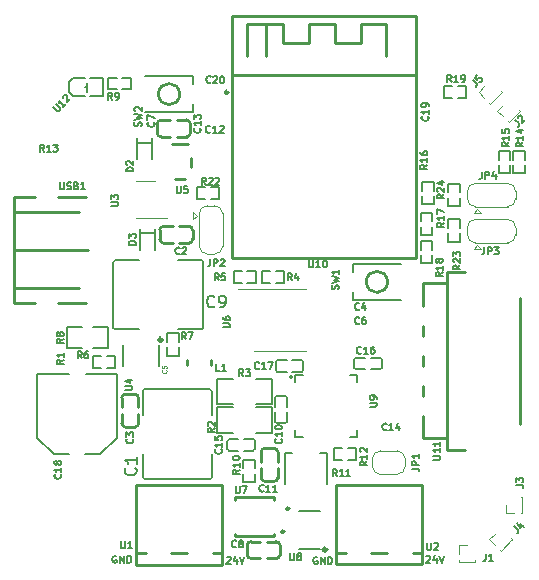
<source format=gbr>
%TF.GenerationSoftware,KiCad,Pcbnew,(6.0.7)*%
%TF.CreationDate,2025-06-09T21:53:25+08:00*%
%TF.ProjectId,ESP32-S3-MINI-1-N8_V6,45535033-322d-4533-932d-4d494e492d31,rev?*%
%TF.SameCoordinates,PX6a24da0PY78114e0*%
%TF.FileFunction,Legend,Top*%
%TF.FilePolarity,Positive*%
%FSLAX46Y46*%
G04 Gerber Fmt 4.6, Leading zero omitted, Abs format (unit mm)*
G04 Created by KiCad (PCBNEW (6.0.7)) date 2025-06-09 21:53:25*
%MOMM*%
%LPD*%
G01*
G04 APERTURE LIST*
%ADD10C,0.150000*%
%ADD11C,0.098425*%
%ADD12C,0.250000*%
%ADD13C,0.120000*%
%ADD14C,0.203200*%
%ADD15C,0.200000*%
%ADD16C,0.300000*%
%ADD17C,0.127000*%
%ADD18C,0.240000*%
G04 APERTURE END LIST*
D10*
X33385714Y971429D02*
X33414285Y1000000D01*
X33471428Y1028572D01*
X33614285Y1028572D01*
X33671428Y1000000D01*
X33700000Y971429D01*
X33728571Y914286D01*
X33728571Y857143D01*
X33700000Y771429D01*
X33357142Y428572D01*
X33728571Y428572D01*
X34242857Y828572D02*
X34242857Y428572D01*
X34100000Y1057143D02*
X33957142Y628572D01*
X34328571Y628572D01*
X34471428Y1028572D02*
X34671428Y428572D01*
X34871428Y1028572D01*
X24142857Y900000D02*
X24085714Y928572D01*
X24000000Y928572D01*
X23914285Y900000D01*
X23857142Y842858D01*
X23828571Y785715D01*
X23800000Y671429D01*
X23800000Y585715D01*
X23828571Y471429D01*
X23857142Y414286D01*
X23914285Y357143D01*
X24000000Y328572D01*
X24057142Y328572D01*
X24142857Y357143D01*
X24171428Y385715D01*
X24171428Y585715D01*
X24057142Y585715D01*
X24428571Y328572D02*
X24428571Y928572D01*
X24771428Y328572D01*
X24771428Y928572D01*
X25057142Y328572D02*
X25057142Y928572D01*
X25200000Y928572D01*
X25285714Y900000D01*
X25342857Y842858D01*
X25371428Y785715D01*
X25400000Y671429D01*
X25400000Y585715D01*
X25371428Y471429D01*
X25342857Y414286D01*
X25285714Y357143D01*
X25200000Y328572D01*
X25057142Y328572D01*
X7142857Y1000000D02*
X7085714Y1028572D01*
X7000000Y1028572D01*
X6914285Y1000000D01*
X6857142Y942858D01*
X6828571Y885715D01*
X6800000Y771429D01*
X6800000Y685715D01*
X6828571Y571429D01*
X6857142Y514286D01*
X6914285Y457143D01*
X7000000Y428572D01*
X7057142Y428572D01*
X7142857Y457143D01*
X7171428Y485715D01*
X7171428Y685715D01*
X7057142Y685715D01*
X7428571Y428572D02*
X7428571Y1028572D01*
X7771428Y428572D01*
X7771428Y1028572D01*
X8057142Y428572D02*
X8057142Y1028572D01*
X8200000Y1028572D01*
X8285714Y1000000D01*
X8342857Y942858D01*
X8371428Y885715D01*
X8400000Y771429D01*
X8400000Y685715D01*
X8371428Y571429D01*
X8342857Y514286D01*
X8285714Y457143D01*
X8200000Y428572D01*
X8057142Y428572D01*
X16485714Y871429D02*
X16514285Y900000D01*
X16571428Y928572D01*
X16714285Y928572D01*
X16771428Y900000D01*
X16800000Y871429D01*
X16828571Y814286D01*
X16828571Y757143D01*
X16800000Y671429D01*
X16457142Y328572D01*
X16828571Y328572D01*
X17342857Y728572D02*
X17342857Y328572D01*
X17200000Y957143D02*
X17057142Y528572D01*
X17428571Y528572D01*
X17571428Y928572D02*
X17771428Y328572D01*
X17971428Y928572D01*
%TO.C,C13*%
X14214285Y37214286D02*
X14242857Y37185715D01*
X14271428Y37100000D01*
X14271428Y37042858D01*
X14242857Y36957143D01*
X14185714Y36900000D01*
X14128571Y36871429D01*
X14014285Y36842858D01*
X13928571Y36842858D01*
X13814285Y36871429D01*
X13757142Y36900000D01*
X13700000Y36957143D01*
X13671428Y37042858D01*
X13671428Y37100000D01*
X13700000Y37185715D01*
X13728571Y37214286D01*
X14271428Y37785715D02*
X14271428Y37442858D01*
X14271428Y37614286D02*
X13671428Y37614286D01*
X13757142Y37557143D01*
X13814285Y37500000D01*
X13842857Y37442858D01*
X13671428Y37985715D02*
X13671428Y38357143D01*
X13900000Y38157143D01*
X13900000Y38242858D01*
X13928571Y38300000D01*
X13957142Y38328572D01*
X14014285Y38357143D01*
X14157142Y38357143D01*
X14214285Y38328572D01*
X14242857Y38300000D01*
X14271428Y38242858D01*
X14271428Y38071429D01*
X14242857Y38014286D01*
X14214285Y37985715D01*
%TO.C,C3*%
X8514285Y10900000D02*
X8542857Y10871429D01*
X8571428Y10785715D01*
X8571428Y10728572D01*
X8542857Y10642858D01*
X8485714Y10585715D01*
X8428571Y10557143D01*
X8314285Y10528572D01*
X8228571Y10528572D01*
X8114285Y10557143D01*
X8057142Y10585715D01*
X8000000Y10642858D01*
X7971428Y10728572D01*
X7971428Y10785715D01*
X8000000Y10871429D01*
X8028571Y10900000D01*
X7971428Y11100000D02*
X7971428Y11471429D01*
X8200000Y11271429D01*
X8200000Y11357143D01*
X8228571Y11414286D01*
X8257142Y11442858D01*
X8314285Y11471429D01*
X8457142Y11471429D01*
X8514285Y11442858D01*
X8542857Y11414286D01*
X8571428Y11357143D01*
X8571428Y11185715D01*
X8542857Y11128572D01*
X8514285Y11100000D01*
%TO.C,C16*%
X27864285Y18175715D02*
X27835714Y18147143D01*
X27750000Y18118572D01*
X27692857Y18118572D01*
X27607142Y18147143D01*
X27550000Y18204286D01*
X27521428Y18261429D01*
X27492857Y18375715D01*
X27492857Y18461429D01*
X27521428Y18575715D01*
X27550000Y18632858D01*
X27607142Y18690000D01*
X27692857Y18718572D01*
X27750000Y18718572D01*
X27835714Y18690000D01*
X27864285Y18661429D01*
X28435714Y18118572D02*
X28092857Y18118572D01*
X28264285Y18118572D02*
X28264285Y18718572D01*
X28207142Y18632858D01*
X28150000Y18575715D01*
X28092857Y18547143D01*
X28950000Y18718572D02*
X28835714Y18718572D01*
X28778571Y18690000D01*
X28750000Y18661429D01*
X28692857Y18575715D01*
X28664285Y18461429D01*
X28664285Y18232858D01*
X28692857Y18175715D01*
X28721428Y18147143D01*
X28778571Y18118572D01*
X28892857Y18118572D01*
X28950000Y18147143D01*
X28978571Y18175715D01*
X29007142Y18232858D01*
X29007142Y18375715D01*
X28978571Y18432858D01*
X28950000Y18461429D01*
X28892857Y18490000D01*
X28778571Y18490000D01*
X28721428Y18461429D01*
X28692857Y18432858D01*
X28664285Y18375715D01*
%TO.C,R12*%
X28371428Y9014286D02*
X28085714Y8814286D01*
X28371428Y8671429D02*
X27771428Y8671429D01*
X27771428Y8900000D01*
X27800000Y8957143D01*
X27828571Y8985715D01*
X27885714Y9014286D01*
X27971428Y9014286D01*
X28028571Y8985715D01*
X28057142Y8957143D01*
X28085714Y8900000D01*
X28085714Y8671429D01*
X28371428Y9585715D02*
X28371428Y9242858D01*
X28371428Y9414286D02*
X27771428Y9414286D01*
X27857142Y9357143D01*
X27914285Y9300000D01*
X27942857Y9242858D01*
X27828571Y9814286D02*
X27800000Y9842858D01*
X27771428Y9900000D01*
X27771428Y10042858D01*
X27800000Y10100000D01*
X27828571Y10128572D01*
X27885714Y10157143D01*
X27942857Y10157143D01*
X28028571Y10128572D01*
X28371428Y9785715D01*
X28371428Y10157143D01*
D11*
%TO.C,C5*%
X11360607Y16734384D02*
X11379355Y16715636D01*
X11398102Y16659393D01*
X11398102Y16621898D01*
X11379355Y16565655D01*
X11341859Y16528159D01*
X11304364Y16509412D01*
X11229373Y16490664D01*
X11173130Y16490664D01*
X11098140Y16509412D01*
X11060644Y16528159D01*
X11023149Y16565655D01*
X11004401Y16621898D01*
X11004401Y16659393D01*
X11023149Y16715636D01*
X11041897Y16734384D01*
X11004401Y17090589D02*
X11004401Y16903113D01*
X11191878Y16884365D01*
X11173130Y16903113D01*
X11154383Y16940608D01*
X11154383Y17034346D01*
X11173130Y17071842D01*
X11191878Y17090589D01*
X11229373Y17109337D01*
X11323112Y17109337D01*
X11360607Y17090589D01*
X11379355Y17071842D01*
X11398102Y17034346D01*
X11398102Y16940608D01*
X11379355Y16903113D01*
X11360607Y16884365D01*
D10*
%TO.C,C7*%
X10314285Y37700000D02*
X10342857Y37671429D01*
X10371428Y37585715D01*
X10371428Y37528572D01*
X10342857Y37442858D01*
X10285714Y37385715D01*
X10228571Y37357143D01*
X10114285Y37328572D01*
X10028571Y37328572D01*
X9914285Y37357143D01*
X9857142Y37385715D01*
X9800000Y37442858D01*
X9771428Y37528572D01*
X9771428Y37585715D01*
X9800000Y37671429D01*
X9828571Y37700000D01*
X9771428Y37900000D02*
X9771428Y38300000D01*
X10371428Y38042858D01*
%TO.C,R1*%
X2671428Y17600000D02*
X2385714Y17400000D01*
X2671428Y17257143D02*
X2071428Y17257143D01*
X2071428Y17485715D01*
X2100000Y17542858D01*
X2128571Y17571429D01*
X2185714Y17600000D01*
X2271428Y17600000D01*
X2328571Y17571429D01*
X2357142Y17542858D01*
X2385714Y17485715D01*
X2385714Y17257143D01*
X2671428Y18171429D02*
X2671428Y17828572D01*
X2671428Y18000000D02*
X2071428Y18000000D01*
X2157142Y17942858D01*
X2214285Y17885715D01*
X2242857Y17828572D01*
%TO.C,C14*%
X30014285Y11685715D02*
X29985714Y11657143D01*
X29900000Y11628572D01*
X29842857Y11628572D01*
X29757142Y11657143D01*
X29700000Y11714286D01*
X29671428Y11771429D01*
X29642857Y11885715D01*
X29642857Y11971429D01*
X29671428Y12085715D01*
X29700000Y12142858D01*
X29757142Y12200000D01*
X29842857Y12228572D01*
X29900000Y12228572D01*
X29985714Y12200000D01*
X30014285Y12171429D01*
X30585714Y11628572D02*
X30242857Y11628572D01*
X30414285Y11628572D02*
X30414285Y12228572D01*
X30357142Y12142858D01*
X30300000Y12085715D01*
X30242857Y12057143D01*
X31100000Y12028572D02*
X31100000Y11628572D01*
X30957142Y12257143D02*
X30814285Y11828572D01*
X31185714Y11828572D01*
%TO.C,R5*%
X15800000Y24328572D02*
X15600000Y24614286D01*
X15457142Y24328572D02*
X15457142Y24928572D01*
X15685714Y24928572D01*
X15742857Y24900000D01*
X15771428Y24871429D01*
X15800000Y24814286D01*
X15800000Y24728572D01*
X15771428Y24671429D01*
X15742857Y24642858D01*
X15685714Y24614286D01*
X15457142Y24614286D01*
X16342857Y24928572D02*
X16057142Y24928572D01*
X16028571Y24642858D01*
X16057142Y24671429D01*
X16114285Y24700000D01*
X16257142Y24700000D01*
X16314285Y24671429D01*
X16342857Y24642858D01*
X16371428Y24585715D01*
X16371428Y24442858D01*
X16342857Y24385715D01*
X16314285Y24357143D01*
X16257142Y24328572D01*
X16114285Y24328572D01*
X16057142Y24357143D01*
X16028571Y24385715D01*
%TO.C,C11*%
X19614285Y6485715D02*
X19585714Y6457143D01*
X19500000Y6428572D01*
X19442857Y6428572D01*
X19357142Y6457143D01*
X19300000Y6514286D01*
X19271428Y6571429D01*
X19242857Y6685715D01*
X19242857Y6771429D01*
X19271428Y6885715D01*
X19300000Y6942858D01*
X19357142Y7000000D01*
X19442857Y7028572D01*
X19500000Y7028572D01*
X19585714Y7000000D01*
X19614285Y6971429D01*
X20185714Y6428572D02*
X19842857Y6428572D01*
X20014285Y6428572D02*
X20014285Y7028572D01*
X19957142Y6942858D01*
X19900000Y6885715D01*
X19842857Y6857143D01*
X20757142Y6428572D02*
X20414285Y6428572D01*
X20585714Y6428572D02*
X20585714Y7028572D01*
X20528571Y6942858D01*
X20471428Y6885715D01*
X20414285Y6857143D01*
%TO.C,R10*%
X17571428Y8306786D02*
X17285714Y8106786D01*
X17571428Y7963929D02*
X16971428Y7963929D01*
X16971428Y8192500D01*
X17000000Y8249643D01*
X17028571Y8278215D01*
X17085714Y8306786D01*
X17171428Y8306786D01*
X17228571Y8278215D01*
X17257142Y8249643D01*
X17285714Y8192500D01*
X17285714Y7963929D01*
X17571428Y8878215D02*
X17571428Y8535358D01*
X17571428Y8706786D02*
X16971428Y8706786D01*
X17057142Y8649643D01*
X17114285Y8592500D01*
X17142857Y8535358D01*
X16971428Y9249643D02*
X16971428Y9306786D01*
X17000000Y9363929D01*
X17028571Y9392500D01*
X17085714Y9421072D01*
X17200000Y9449643D01*
X17342857Y9449643D01*
X17457142Y9421072D01*
X17514285Y9392500D01*
X17542857Y9363929D01*
X17571428Y9306786D01*
X17571428Y9249643D01*
X17542857Y9192500D01*
X17514285Y9163929D01*
X17457142Y9135358D01*
X17342857Y9106786D01*
X17200000Y9106786D01*
X17085714Y9135358D01*
X17028571Y9163929D01*
X17000000Y9192500D01*
X16971428Y9249643D01*
%TO.C,U1*%
X7542857Y2228572D02*
X7542857Y1742858D01*
X7571428Y1685715D01*
X7600000Y1657143D01*
X7657142Y1628572D01*
X7771428Y1628572D01*
X7828571Y1657143D01*
X7857142Y1685715D01*
X7885714Y1742858D01*
X7885714Y2228572D01*
X8485714Y1628572D02*
X8142857Y1628572D01*
X8314285Y1628572D02*
X8314285Y2228572D01*
X8257142Y2142858D01*
X8200000Y2085715D01*
X8142857Y2057143D01*
%TO.C,C6*%
X27700000Y20685715D02*
X27671428Y20657143D01*
X27585714Y20628572D01*
X27528571Y20628572D01*
X27442857Y20657143D01*
X27385714Y20714286D01*
X27357142Y20771429D01*
X27328571Y20885715D01*
X27328571Y20971429D01*
X27357142Y21085715D01*
X27385714Y21142858D01*
X27442857Y21200000D01*
X27528571Y21228572D01*
X27585714Y21228572D01*
X27671428Y21200000D01*
X27700000Y21171429D01*
X28214285Y21228572D02*
X28100000Y21228572D01*
X28042857Y21200000D01*
X28014285Y21171429D01*
X27957142Y21085715D01*
X27928571Y20971429D01*
X27928571Y20742858D01*
X27957142Y20685715D01*
X27985714Y20657143D01*
X28042857Y20628572D01*
X28157142Y20628572D01*
X28214285Y20657143D01*
X28242857Y20685715D01*
X28271428Y20742858D01*
X28271428Y20885715D01*
X28242857Y20942858D01*
X28214285Y20971429D01*
X28157142Y21000000D01*
X28042857Y21000000D01*
X27985714Y20971429D01*
X27957142Y20942858D01*
X27928571Y20885715D01*
%TO.C,C12*%
X15082285Y36880715D02*
X15053714Y36852143D01*
X14968000Y36823572D01*
X14910857Y36823572D01*
X14825142Y36852143D01*
X14768000Y36909286D01*
X14739428Y36966429D01*
X14710857Y37080715D01*
X14710857Y37166429D01*
X14739428Y37280715D01*
X14768000Y37337858D01*
X14825142Y37395000D01*
X14910857Y37423572D01*
X14968000Y37423572D01*
X15053714Y37395000D01*
X15082285Y37366429D01*
X15653714Y36823572D02*
X15310857Y36823572D01*
X15482285Y36823572D02*
X15482285Y37423572D01*
X15425142Y37337858D01*
X15368000Y37280715D01*
X15310857Y37252143D01*
X15882285Y37366429D02*
X15910857Y37395000D01*
X15968000Y37423572D01*
X16110857Y37423572D01*
X16168000Y37395000D01*
X16196571Y37366429D01*
X16225142Y37309286D01*
X16225142Y37252143D01*
X16196571Y37166429D01*
X15853714Y36823572D01*
X16225142Y36823572D01*
%TO.C,JP1*%
X32171428Y8400000D02*
X32600000Y8400000D01*
X32685714Y8371429D01*
X32742857Y8314286D01*
X32771428Y8228572D01*
X32771428Y8171429D01*
X32771428Y8685715D02*
X32171428Y8685715D01*
X32171428Y8914286D01*
X32200000Y8971429D01*
X32228571Y9000000D01*
X32285714Y9028572D01*
X32371428Y9028572D01*
X32428571Y9000000D01*
X32457142Y8971429D01*
X32485714Y8914286D01*
X32485714Y8685715D01*
X32771428Y9600000D02*
X32771428Y9257143D01*
X32771428Y9428572D02*
X32171428Y9428572D01*
X32257142Y9371429D01*
X32314285Y9314286D01*
X32342857Y9257143D01*
%TO.C,U10*%
X23457142Y26028572D02*
X23457142Y25542858D01*
X23485714Y25485715D01*
X23514285Y25457143D01*
X23571428Y25428572D01*
X23685714Y25428572D01*
X23742857Y25457143D01*
X23771428Y25485715D01*
X23800000Y25542858D01*
X23800000Y26028572D01*
X24400000Y25428572D02*
X24057142Y25428572D01*
X24228571Y25428572D02*
X24228571Y26028572D01*
X24171428Y25942858D01*
X24114285Y25885715D01*
X24057142Y25857143D01*
X24771428Y26028572D02*
X24828571Y26028572D01*
X24885714Y26000000D01*
X24914285Y25971429D01*
X24942857Y25914286D01*
X24971428Y25800000D01*
X24971428Y25657143D01*
X24942857Y25542858D01*
X24914285Y25485715D01*
X24885714Y25457143D01*
X24828571Y25428572D01*
X24771428Y25428572D01*
X24714285Y25457143D01*
X24685714Y25485715D01*
X24657142Y25542858D01*
X24628571Y25657143D01*
X24628571Y25800000D01*
X24657142Y25914286D01*
X24685714Y25971429D01*
X24714285Y26000000D01*
X24771428Y26028572D01*
%TO.C,C9*%
X15433333Y22142858D02*
X15385714Y22095239D01*
X15242857Y22047620D01*
X15147619Y22047620D01*
X15004761Y22095239D01*
X14909523Y22190477D01*
X14861904Y22285715D01*
X14814285Y22476191D01*
X14814285Y22619048D01*
X14861904Y22809524D01*
X14909523Y22904762D01*
X15004761Y23000000D01*
X15147619Y23047620D01*
X15242857Y23047620D01*
X15385714Y23000000D01*
X15433333Y22952381D01*
X15909523Y22047620D02*
X16100000Y22047620D01*
X16195238Y22095239D01*
X16242857Y22142858D01*
X16338095Y22285715D01*
X16385714Y22476191D01*
X16385714Y22857143D01*
X16338095Y22952381D01*
X16290476Y23000000D01*
X16195238Y23047620D01*
X16004761Y23047620D01*
X15909523Y23000000D01*
X15861904Y22952381D01*
X15814285Y22857143D01*
X15814285Y22619048D01*
X15861904Y22523810D01*
X15909523Y22476191D01*
X16004761Y22428572D01*
X16195238Y22428572D01*
X16290476Y22476191D01*
X16338095Y22523810D01*
X16385714Y22619048D01*
%TO.C,R22*%
X14714285Y32428572D02*
X14514285Y32714286D01*
X14371428Y32428572D02*
X14371428Y33028572D01*
X14600000Y33028572D01*
X14657142Y33000000D01*
X14685714Y32971429D01*
X14714285Y32914286D01*
X14714285Y32828572D01*
X14685714Y32771429D01*
X14657142Y32742858D01*
X14600000Y32714286D01*
X14371428Y32714286D01*
X14942857Y32971429D02*
X14971428Y33000000D01*
X15028571Y33028572D01*
X15171428Y33028572D01*
X15228571Y33000000D01*
X15257142Y32971429D01*
X15285714Y32914286D01*
X15285714Y32857143D01*
X15257142Y32771429D01*
X14914285Y32428572D01*
X15285714Y32428572D01*
X15514285Y32971429D02*
X15542857Y33000000D01*
X15600000Y33028572D01*
X15742857Y33028572D01*
X15800000Y33000000D01*
X15828571Y32971429D01*
X15857142Y32914286D01*
X15857142Y32857143D01*
X15828571Y32771429D01*
X15485714Y32428572D01*
X15857142Y32428572D01*
%TO.C,R9*%
X6800000Y39628572D02*
X6600000Y39914286D01*
X6457142Y39628572D02*
X6457142Y40228572D01*
X6685714Y40228572D01*
X6742857Y40200000D01*
X6771428Y40171429D01*
X6800000Y40114286D01*
X6800000Y40028572D01*
X6771428Y39971429D01*
X6742857Y39942858D01*
X6685714Y39914286D01*
X6457142Y39914286D01*
X7085714Y39628572D02*
X7200000Y39628572D01*
X7257142Y39657143D01*
X7285714Y39685715D01*
X7342857Y39771429D01*
X7371428Y39885715D01*
X7371428Y40114286D01*
X7342857Y40171429D01*
X7314285Y40200000D01*
X7257142Y40228572D01*
X7142857Y40228572D01*
X7085714Y40200000D01*
X7057142Y40171429D01*
X7028571Y40114286D01*
X7028571Y39971429D01*
X7057142Y39914286D01*
X7085714Y39885715D01*
X7142857Y39857143D01*
X7257142Y39857143D01*
X7314285Y39885715D01*
X7342857Y39914286D01*
X7371428Y39971429D01*
%TO.C,R2*%
X15471428Y11800000D02*
X15185714Y11600000D01*
X15471428Y11457143D02*
X14871428Y11457143D01*
X14871428Y11685715D01*
X14900000Y11742858D01*
X14928571Y11771429D01*
X14985714Y11800000D01*
X15071428Y11800000D01*
X15128571Y11771429D01*
X15157142Y11742858D01*
X15185714Y11685715D01*
X15185714Y11457143D01*
X14928571Y12028572D02*
X14900000Y12057143D01*
X14871428Y12114286D01*
X14871428Y12257143D01*
X14900000Y12314286D01*
X14928571Y12342858D01*
X14985714Y12371429D01*
X15042857Y12371429D01*
X15128571Y12342858D01*
X15471428Y12000000D01*
X15471428Y12371429D01*
%TO.C,C2*%
X12500000Y26585715D02*
X12471428Y26557143D01*
X12385714Y26528572D01*
X12328571Y26528572D01*
X12242857Y26557143D01*
X12185714Y26614286D01*
X12157142Y26671429D01*
X12128571Y26785715D01*
X12128571Y26871429D01*
X12157142Y26985715D01*
X12185714Y27042858D01*
X12242857Y27100000D01*
X12328571Y27128572D01*
X12385714Y27128572D01*
X12471428Y27100000D01*
X12500000Y27071429D01*
X12728571Y27071429D02*
X12757142Y27100000D01*
X12814285Y27128572D01*
X12957142Y27128572D01*
X13014285Y27100000D01*
X13042857Y27071429D01*
X13071428Y27014286D01*
X13071428Y26957143D01*
X13042857Y26871429D01*
X12700000Y26528572D01*
X13071428Y26528572D01*
%TO.C,R14*%
X41571428Y36014286D02*
X41285714Y35814286D01*
X41571428Y35671429D02*
X40971428Y35671429D01*
X40971428Y35900000D01*
X41000000Y35957143D01*
X41028571Y35985715D01*
X41085714Y36014286D01*
X41171428Y36014286D01*
X41228571Y35985715D01*
X41257142Y35957143D01*
X41285714Y35900000D01*
X41285714Y35671429D01*
X41571428Y36585715D02*
X41571428Y36242858D01*
X41571428Y36414286D02*
X40971428Y36414286D01*
X41057142Y36357143D01*
X41114285Y36300000D01*
X41142857Y36242858D01*
X41171428Y37100000D02*
X41571428Y37100000D01*
X40942857Y36957143D02*
X41371428Y36814286D01*
X41371428Y37185715D01*
%TO.C,D2*%
X8571428Y33557143D02*
X7971428Y33557143D01*
X7971428Y33700000D01*
X8000000Y33785715D01*
X8057142Y33842858D01*
X8114285Y33871429D01*
X8228571Y33900000D01*
X8314285Y33900000D01*
X8428571Y33871429D01*
X8485714Y33842858D01*
X8542857Y33785715D01*
X8571428Y33700000D01*
X8571428Y33557143D01*
X8028571Y34128572D02*
X8000000Y34157143D01*
X7971428Y34214286D01*
X7971428Y34357143D01*
X8000000Y34414286D01*
X8028571Y34442858D01*
X8085714Y34471429D01*
X8142857Y34471429D01*
X8228571Y34442858D01*
X8571428Y34100000D01*
X8571428Y34471429D01*
%TO.C,C18*%
X2414285Y7914286D02*
X2442857Y7885715D01*
X2471428Y7800000D01*
X2471428Y7742858D01*
X2442857Y7657143D01*
X2385714Y7600000D01*
X2328571Y7571429D01*
X2214285Y7542858D01*
X2128571Y7542858D01*
X2014285Y7571429D01*
X1957142Y7600000D01*
X1900000Y7657143D01*
X1871428Y7742858D01*
X1871428Y7800000D01*
X1900000Y7885715D01*
X1928571Y7914286D01*
X2471428Y8485715D02*
X2471428Y8142858D01*
X2471428Y8314286D02*
X1871428Y8314286D01*
X1957142Y8257143D01*
X2014285Y8200000D01*
X2042857Y8142858D01*
X2128571Y8828572D02*
X2100000Y8771429D01*
X2071428Y8742858D01*
X2014285Y8714286D01*
X1985714Y8714286D01*
X1928571Y8742858D01*
X1900000Y8771429D01*
X1871428Y8828572D01*
X1871428Y8942858D01*
X1900000Y9000000D01*
X1928571Y9028572D01*
X1985714Y9057143D01*
X2014285Y9057143D01*
X2071428Y9028572D01*
X2100000Y9000000D01*
X2128571Y8942858D01*
X2128571Y8828572D01*
X2157142Y8771429D01*
X2185714Y8742858D01*
X2242857Y8714286D01*
X2357142Y8714286D01*
X2414285Y8742858D01*
X2442857Y8771429D01*
X2471428Y8828572D01*
X2471428Y8942858D01*
X2442857Y9000000D01*
X2414285Y9028572D01*
X2357142Y9057143D01*
X2242857Y9057143D01*
X2185714Y9028572D01*
X2157142Y9000000D01*
X2128571Y8942858D01*
%TO.C,R7*%
X13000000Y19328572D02*
X12800000Y19614286D01*
X12657142Y19328572D02*
X12657142Y19928572D01*
X12885714Y19928572D01*
X12942857Y19900000D01*
X12971428Y19871429D01*
X13000000Y19814286D01*
X13000000Y19728572D01*
X12971428Y19671429D01*
X12942857Y19642858D01*
X12885714Y19614286D01*
X12657142Y19614286D01*
X13200000Y19928572D02*
X13600000Y19928572D01*
X13342857Y19328572D01*
%TO.C,JP4*%
X38100000Y33528572D02*
X38100000Y33100000D01*
X38071428Y33014286D01*
X38014285Y32957143D01*
X37928571Y32928572D01*
X37871428Y32928572D01*
X38385714Y32928572D02*
X38385714Y33528572D01*
X38614285Y33528572D01*
X38671428Y33500000D01*
X38700000Y33471429D01*
X38728571Y33414286D01*
X38728571Y33328572D01*
X38700000Y33271429D01*
X38671428Y33242858D01*
X38614285Y33214286D01*
X38385714Y33214286D01*
X39242857Y33328572D02*
X39242857Y32928572D01*
X39100000Y33557143D02*
X38957142Y33128572D01*
X39328571Y33128572D01*
%TO.C,R19*%
X35514285Y41128572D02*
X35314285Y41414286D01*
X35171428Y41128572D02*
X35171428Y41728572D01*
X35400000Y41728572D01*
X35457142Y41700000D01*
X35485714Y41671429D01*
X35514285Y41614286D01*
X35514285Y41528572D01*
X35485714Y41471429D01*
X35457142Y41442858D01*
X35400000Y41414286D01*
X35171428Y41414286D01*
X36085714Y41128572D02*
X35742857Y41128572D01*
X35914285Y41128572D02*
X35914285Y41728572D01*
X35857142Y41642858D01*
X35800000Y41585715D01*
X35742857Y41557143D01*
X36371428Y41128572D02*
X36485714Y41128572D01*
X36542857Y41157143D01*
X36571428Y41185715D01*
X36628571Y41271429D01*
X36657142Y41385715D01*
X36657142Y41614286D01*
X36628571Y41671429D01*
X36600000Y41700000D01*
X36542857Y41728572D01*
X36428571Y41728572D01*
X36371428Y41700000D01*
X36342857Y41671429D01*
X36314285Y41614286D01*
X36314285Y41471429D01*
X36342857Y41414286D01*
X36371428Y41385715D01*
X36428571Y41357143D01*
X36542857Y41357143D01*
X36600000Y41385715D01*
X36628571Y41414286D01*
X36657142Y41471429D01*
%TO.C,SW2*%
X9242857Y37400000D02*
X9271428Y37485715D01*
X9271428Y37628572D01*
X9242857Y37685715D01*
X9214285Y37714286D01*
X9157142Y37742858D01*
X9100000Y37742858D01*
X9042857Y37714286D01*
X9014285Y37685715D01*
X8985714Y37628572D01*
X8957142Y37514286D01*
X8928571Y37457143D01*
X8900000Y37428572D01*
X8842857Y37400000D01*
X8785714Y37400000D01*
X8728571Y37428572D01*
X8700000Y37457143D01*
X8671428Y37514286D01*
X8671428Y37657143D01*
X8700000Y37742858D01*
X8671428Y37942858D02*
X9271428Y38085715D01*
X8842857Y38200000D01*
X9271428Y38314286D01*
X8671428Y38457143D01*
X8728571Y38657143D02*
X8700000Y38685715D01*
X8671428Y38742858D01*
X8671428Y38885715D01*
X8700000Y38942858D01*
X8728571Y38971429D01*
X8785714Y39000000D01*
X8842857Y39000000D01*
X8928571Y38971429D01*
X9271428Y38628572D01*
X9271428Y39000000D01*
%TO.C,JP2*%
X15100000Y26128572D02*
X15100000Y25700000D01*
X15071428Y25614286D01*
X15014285Y25557143D01*
X14928571Y25528572D01*
X14871428Y25528572D01*
X15385714Y25528572D02*
X15385714Y26128572D01*
X15614285Y26128572D01*
X15671428Y26100000D01*
X15700000Y26071429D01*
X15728571Y26014286D01*
X15728571Y25928572D01*
X15700000Y25871429D01*
X15671428Y25842858D01*
X15614285Y25814286D01*
X15385714Y25814286D01*
X15957142Y26071429D02*
X15985714Y26100000D01*
X16042857Y26128572D01*
X16185714Y26128572D01*
X16242857Y26100000D01*
X16271428Y26071429D01*
X16300000Y26014286D01*
X16300000Y25957143D01*
X16271428Y25871429D01*
X15928571Y25528572D01*
X16300000Y25528572D01*
%TO.C,U12*%
X1742385Y39007056D02*
X2085837Y38663604D01*
X2146446Y38643401D01*
X2186852Y38643401D01*
X2247461Y38663604D01*
X2328274Y38744417D01*
X2348477Y38805026D01*
X2348477Y38845432D01*
X2328274Y38906041D01*
X1984822Y39249493D01*
X2833350Y39249493D02*
X2590913Y39007056D01*
X2712132Y39128275D02*
X2287867Y39552539D01*
X2308071Y39451523D01*
X2308071Y39370711D01*
X2287867Y39310102D01*
X2611116Y39794975D02*
X2611116Y39835381D01*
X2631319Y39895991D01*
X2732335Y39997006D01*
X2792944Y40017209D01*
X2833350Y40017209D01*
X2893959Y39997006D01*
X2934365Y39956600D01*
X2974771Y39875787D01*
X2974771Y39390914D01*
X3237411Y39653554D01*
%TO.C,U11*%
X33971428Y9157143D02*
X34457142Y9157143D01*
X34514285Y9185715D01*
X34542857Y9214286D01*
X34571428Y9271429D01*
X34571428Y9385715D01*
X34542857Y9442858D01*
X34514285Y9471429D01*
X34457142Y9500000D01*
X33971428Y9500000D01*
X34571428Y10100000D02*
X34571428Y9757143D01*
X34571428Y9928572D02*
X33971428Y9928572D01*
X34057142Y9871429D01*
X34114285Y9814286D01*
X34142857Y9757143D01*
X34571428Y10671429D02*
X34571428Y10328572D01*
X34571428Y10500000D02*
X33971428Y10500000D01*
X34057142Y10442858D01*
X34114285Y10385715D01*
X34142857Y10328572D01*
%TO.C,C8*%
X17300000Y1785715D02*
X17271428Y1757143D01*
X17185714Y1728572D01*
X17128571Y1728572D01*
X17042857Y1757143D01*
X16985714Y1814286D01*
X16957142Y1871429D01*
X16928571Y1985715D01*
X16928571Y2071429D01*
X16957142Y2185715D01*
X16985714Y2242858D01*
X17042857Y2300000D01*
X17128571Y2328572D01*
X17185714Y2328572D01*
X17271428Y2300000D01*
X17300000Y2271429D01*
X17642857Y2071429D02*
X17585714Y2100000D01*
X17557142Y2128572D01*
X17528571Y2185715D01*
X17528571Y2214286D01*
X17557142Y2271429D01*
X17585714Y2300000D01*
X17642857Y2328572D01*
X17757142Y2328572D01*
X17814285Y2300000D01*
X17842857Y2271429D01*
X17871428Y2214286D01*
X17871428Y2185715D01*
X17842857Y2128572D01*
X17814285Y2100000D01*
X17757142Y2071429D01*
X17642857Y2071429D01*
X17585714Y2042858D01*
X17557142Y2014286D01*
X17528571Y1957143D01*
X17528571Y1842858D01*
X17557142Y1785715D01*
X17585714Y1757143D01*
X17642857Y1728572D01*
X17757142Y1728572D01*
X17814285Y1757143D01*
X17842857Y1785715D01*
X17871428Y1842858D01*
X17871428Y1957143D01*
X17842857Y2014286D01*
X17814285Y2042858D01*
X17757142Y2071429D01*
%TO.C,J3*%
X40971428Y7000000D02*
X41400000Y7000000D01*
X41485714Y6971429D01*
X41542857Y6914286D01*
X41571428Y6828572D01*
X41571428Y6771429D01*
X40971428Y7228572D02*
X40971428Y7600000D01*
X41200000Y7400000D01*
X41200000Y7485715D01*
X41228571Y7542858D01*
X41257142Y7571429D01*
X41314285Y7600000D01*
X41457142Y7600000D01*
X41514285Y7571429D01*
X41542857Y7542858D01*
X41571428Y7485715D01*
X41571428Y7314286D01*
X41542857Y7257143D01*
X41514285Y7228572D01*
%TO.C,U5*%
X12242857Y32328572D02*
X12242857Y31842858D01*
X12271428Y31785715D01*
X12300000Y31757143D01*
X12357142Y31728572D01*
X12471428Y31728572D01*
X12528571Y31757143D01*
X12557142Y31785715D01*
X12585714Y31842858D01*
X12585714Y32328572D01*
X13157142Y32328572D02*
X12871428Y32328572D01*
X12842857Y32042858D01*
X12871428Y32071429D01*
X12928571Y32100000D01*
X13071428Y32100000D01*
X13128571Y32071429D01*
X13157142Y32042858D01*
X13185714Y31985715D01*
X13185714Y31842858D01*
X13157142Y31785715D01*
X13128571Y31757143D01*
X13071428Y31728572D01*
X12928571Y31728572D01*
X12871428Y31757143D01*
X12842857Y31785715D01*
%TO.C,J4*%
X40826243Y3490914D02*
X41129289Y3187868D01*
X41169695Y3107056D01*
X41169695Y3026244D01*
X41129289Y2945432D01*
X41088883Y2905026D01*
X41351522Y3733351D02*
X41634365Y3450508D01*
X41088883Y3793960D02*
X41290913Y3389899D01*
X41553553Y3652539D01*
%TO.C,R4*%
X22000000Y24328572D02*
X21800000Y24614286D01*
X21657142Y24328572D02*
X21657142Y24928572D01*
X21885714Y24928572D01*
X21942857Y24900000D01*
X21971428Y24871429D01*
X22000000Y24814286D01*
X22000000Y24728572D01*
X21971428Y24671429D01*
X21942857Y24642858D01*
X21885714Y24614286D01*
X21657142Y24614286D01*
X22514285Y24728572D02*
X22514285Y24328572D01*
X22371428Y24957143D02*
X22228571Y24528572D01*
X22600000Y24528572D01*
%TO.C,R13*%
X1014285Y35228572D02*
X814285Y35514286D01*
X671428Y35228572D02*
X671428Y35828572D01*
X900000Y35828572D01*
X957142Y35800000D01*
X985714Y35771429D01*
X1014285Y35714286D01*
X1014285Y35628572D01*
X985714Y35571429D01*
X957142Y35542858D01*
X900000Y35514286D01*
X671428Y35514286D01*
X1585714Y35228572D02*
X1242857Y35228572D01*
X1414285Y35228572D02*
X1414285Y35828572D01*
X1357142Y35742858D01*
X1300000Y35685715D01*
X1242857Y35657143D01*
X1785714Y35828572D02*
X2157142Y35828572D01*
X1957142Y35600000D01*
X2042857Y35600000D01*
X2100000Y35571429D01*
X2128571Y35542858D01*
X2157142Y35485715D01*
X2157142Y35342858D01*
X2128571Y35285715D01*
X2100000Y35257143D01*
X2042857Y35228572D01*
X1871428Y35228572D01*
X1814285Y35257143D01*
X1785714Y35285715D01*
%TO.C,C17*%
X19214285Y16885715D02*
X19185714Y16857143D01*
X19100000Y16828572D01*
X19042857Y16828572D01*
X18957142Y16857143D01*
X18900000Y16914286D01*
X18871428Y16971429D01*
X18842857Y17085715D01*
X18842857Y17171429D01*
X18871428Y17285715D01*
X18900000Y17342858D01*
X18957142Y17400000D01*
X19042857Y17428572D01*
X19100000Y17428572D01*
X19185714Y17400000D01*
X19214285Y17371429D01*
X19785714Y16828572D02*
X19442857Y16828572D01*
X19614285Y16828572D02*
X19614285Y17428572D01*
X19557142Y17342858D01*
X19500000Y17285715D01*
X19442857Y17257143D01*
X19985714Y17428572D02*
X20385714Y17428572D01*
X20128571Y16828572D01*
%TO.C,R6*%
X4200000Y17728572D02*
X4000000Y18014286D01*
X3857142Y17728572D02*
X3857142Y18328572D01*
X4085714Y18328572D01*
X4142857Y18300000D01*
X4171428Y18271429D01*
X4200000Y18214286D01*
X4200000Y18128572D01*
X4171428Y18071429D01*
X4142857Y18042858D01*
X4085714Y18014286D01*
X3857142Y18014286D01*
X4714285Y18328572D02*
X4600000Y18328572D01*
X4542857Y18300000D01*
X4514285Y18271429D01*
X4457142Y18185715D01*
X4428571Y18071429D01*
X4428571Y17842858D01*
X4457142Y17785715D01*
X4485714Y17757143D01*
X4542857Y17728572D01*
X4657142Y17728572D01*
X4714285Y17757143D01*
X4742857Y17785715D01*
X4771428Y17842858D01*
X4771428Y17985715D01*
X4742857Y18042858D01*
X4714285Y18071429D01*
X4657142Y18100000D01*
X4542857Y18100000D01*
X4485714Y18071429D01*
X4457142Y18042858D01*
X4428571Y17985715D01*
%TO.C,C20*%
X15114285Y41085715D02*
X15085714Y41057143D01*
X15000000Y41028572D01*
X14942857Y41028572D01*
X14857142Y41057143D01*
X14800000Y41114286D01*
X14771428Y41171429D01*
X14742857Y41285715D01*
X14742857Y41371429D01*
X14771428Y41485715D01*
X14800000Y41542858D01*
X14857142Y41600000D01*
X14942857Y41628572D01*
X15000000Y41628572D01*
X15085714Y41600000D01*
X15114285Y41571429D01*
X15342857Y41571429D02*
X15371428Y41600000D01*
X15428571Y41628572D01*
X15571428Y41628572D01*
X15628571Y41600000D01*
X15657142Y41571429D01*
X15685714Y41514286D01*
X15685714Y41457143D01*
X15657142Y41371429D01*
X15314285Y41028572D01*
X15685714Y41028572D01*
X16057142Y41628572D02*
X16114285Y41628572D01*
X16171428Y41600000D01*
X16200000Y41571429D01*
X16228571Y41514286D01*
X16257142Y41400000D01*
X16257142Y41257143D01*
X16228571Y41142858D01*
X16200000Y41085715D01*
X16171428Y41057143D01*
X16114285Y41028572D01*
X16057142Y41028572D01*
X16000000Y41057143D01*
X15971428Y41085715D01*
X15942857Y41142858D01*
X15914285Y41257143D01*
X15914285Y41400000D01*
X15942857Y41514286D01*
X15971428Y41571429D01*
X16000000Y41600000D01*
X16057142Y41628572D01*
%TO.C,U7*%
X17242857Y6928572D02*
X17242857Y6442858D01*
X17271428Y6385715D01*
X17300000Y6357143D01*
X17357142Y6328572D01*
X17471428Y6328572D01*
X17528571Y6357143D01*
X17557142Y6385715D01*
X17585714Y6442858D01*
X17585714Y6928572D01*
X17814285Y6928572D02*
X18214285Y6928572D01*
X17957142Y6328572D01*
%TO.C,R24*%
X34871428Y31614286D02*
X34585714Y31414286D01*
X34871428Y31271429D02*
X34271428Y31271429D01*
X34271428Y31500000D01*
X34300000Y31557143D01*
X34328571Y31585715D01*
X34385714Y31614286D01*
X34471428Y31614286D01*
X34528571Y31585715D01*
X34557142Y31557143D01*
X34585714Y31500000D01*
X34585714Y31271429D01*
X34328571Y31842858D02*
X34300000Y31871429D01*
X34271428Y31928572D01*
X34271428Y32071429D01*
X34300000Y32128572D01*
X34328571Y32157143D01*
X34385714Y32185715D01*
X34442857Y32185715D01*
X34528571Y32157143D01*
X34871428Y31814286D01*
X34871428Y32185715D01*
X34471428Y32700000D02*
X34871428Y32700000D01*
X34242857Y32557143D02*
X34671428Y32414286D01*
X34671428Y32785715D01*
%TO.C,USB1*%
X2357142Y32628572D02*
X2357142Y32142858D01*
X2385714Y32085715D01*
X2414285Y32057143D01*
X2471428Y32028572D01*
X2585714Y32028572D01*
X2642857Y32057143D01*
X2671428Y32085715D01*
X2700000Y32142858D01*
X2700000Y32628572D01*
X2957142Y32057143D02*
X3042857Y32028572D01*
X3185714Y32028572D01*
X3242857Y32057143D01*
X3271428Y32085715D01*
X3300000Y32142858D01*
X3300000Y32200000D01*
X3271428Y32257143D01*
X3242857Y32285715D01*
X3185714Y32314286D01*
X3071428Y32342858D01*
X3014285Y32371429D01*
X2985714Y32400000D01*
X2957142Y32457143D01*
X2957142Y32514286D01*
X2985714Y32571429D01*
X3014285Y32600000D01*
X3071428Y32628572D01*
X3214285Y32628572D01*
X3300000Y32600000D01*
X3757142Y32342858D02*
X3842857Y32314286D01*
X3871428Y32285715D01*
X3900000Y32228572D01*
X3900000Y32142858D01*
X3871428Y32085715D01*
X3842857Y32057143D01*
X3785714Y32028572D01*
X3557142Y32028572D01*
X3557142Y32628572D01*
X3757142Y32628572D01*
X3814285Y32600000D01*
X3842857Y32571429D01*
X3871428Y32514286D01*
X3871428Y32457143D01*
X3842857Y32400000D01*
X3814285Y32371429D01*
X3757142Y32342858D01*
X3557142Y32342858D01*
X4471428Y32028572D02*
X4128571Y32028572D01*
X4300000Y32028572D02*
X4300000Y32628572D01*
X4242857Y32542858D01*
X4185714Y32485715D01*
X4128571Y32457143D01*
%TO.C,J1*%
X38400000Y1128572D02*
X38400000Y700000D01*
X38371428Y614286D01*
X38314285Y557143D01*
X38228571Y528572D01*
X38171428Y528572D01*
X39000000Y528572D02*
X38657142Y528572D01*
X38828571Y528572D02*
X38828571Y1128572D01*
X38771428Y1042858D01*
X38714285Y985715D01*
X38657142Y957143D01*
%TO.C,U2*%
X33442857Y2128572D02*
X33442857Y1642858D01*
X33471428Y1585715D01*
X33500000Y1557143D01*
X33557142Y1528572D01*
X33671428Y1528572D01*
X33728571Y1557143D01*
X33757142Y1585715D01*
X33785714Y1642858D01*
X33785714Y2128572D01*
X34042857Y2071429D02*
X34071428Y2100000D01*
X34128571Y2128572D01*
X34271428Y2128572D01*
X34328571Y2100000D01*
X34357142Y2071429D01*
X34385714Y2014286D01*
X34385714Y1957143D01*
X34357142Y1871429D01*
X34014285Y1528572D01*
X34385714Y1528572D01*
%TO.C,R16*%
X33471428Y34114286D02*
X33185714Y33914286D01*
X33471428Y33771429D02*
X32871428Y33771429D01*
X32871428Y34000000D01*
X32900000Y34057143D01*
X32928571Y34085715D01*
X32985714Y34114286D01*
X33071428Y34114286D01*
X33128571Y34085715D01*
X33157142Y34057143D01*
X33185714Y34000000D01*
X33185714Y33771429D01*
X33471428Y34685715D02*
X33471428Y34342858D01*
X33471428Y34514286D02*
X32871428Y34514286D01*
X32957142Y34457143D01*
X33014285Y34400000D01*
X33042857Y34342858D01*
X32871428Y35200000D02*
X32871428Y35085715D01*
X32900000Y35028572D01*
X32928571Y35000000D01*
X33014285Y34942858D01*
X33128571Y34914286D01*
X33357142Y34914286D01*
X33414285Y34942858D01*
X33442857Y34971429D01*
X33471428Y35028572D01*
X33471428Y35142858D01*
X33442857Y35200000D01*
X33414285Y35228572D01*
X33357142Y35257143D01*
X33214285Y35257143D01*
X33157142Y35228572D01*
X33128571Y35200000D01*
X33100000Y35142858D01*
X33100000Y35028572D01*
X33128571Y34971429D01*
X33157142Y34942858D01*
X33214285Y34914286D01*
%TO.C,D3*%
X8771428Y27357143D02*
X8171428Y27357143D01*
X8171428Y27500000D01*
X8200000Y27585715D01*
X8257142Y27642858D01*
X8314285Y27671429D01*
X8428571Y27700000D01*
X8514285Y27700000D01*
X8628571Y27671429D01*
X8685714Y27642858D01*
X8742857Y27585715D01*
X8771428Y27500000D01*
X8771428Y27357143D01*
X8171428Y27900000D02*
X8171428Y28271429D01*
X8400000Y28071429D01*
X8400000Y28157143D01*
X8428571Y28214286D01*
X8457142Y28242858D01*
X8514285Y28271429D01*
X8657142Y28271429D01*
X8714285Y28242858D01*
X8742857Y28214286D01*
X8771428Y28157143D01*
X8771428Y27985715D01*
X8742857Y27928572D01*
X8714285Y27900000D01*
%TO.C,J2*%
X40916243Y37940914D02*
X41219289Y37637868D01*
X41259695Y37557056D01*
X41259695Y37476244D01*
X41219289Y37395432D01*
X41178883Y37355026D01*
X41138477Y38082336D02*
X41138477Y38122742D01*
X41158680Y38183351D01*
X41259695Y38284366D01*
X41320304Y38304569D01*
X41360710Y38304569D01*
X41421319Y38284366D01*
X41461725Y38243960D01*
X41502132Y38163148D01*
X41502132Y37678275D01*
X41764771Y37940914D01*
%TO.C,C4*%
X27700000Y21885715D02*
X27671428Y21857143D01*
X27585714Y21828572D01*
X27528571Y21828572D01*
X27442857Y21857143D01*
X27385714Y21914286D01*
X27357142Y21971429D01*
X27328571Y22085715D01*
X27328571Y22171429D01*
X27357142Y22285715D01*
X27385714Y22342858D01*
X27442857Y22400000D01*
X27528571Y22428572D01*
X27585714Y22428572D01*
X27671428Y22400000D01*
X27700000Y22371429D01*
X28214285Y22228572D02*
X28214285Y21828572D01*
X28071428Y22457143D02*
X27928571Y22028572D01*
X28300000Y22028572D01*
%TO.C,J5*%
X37303156Y41300914D02*
X37606202Y40997868D01*
X37646608Y40917056D01*
X37646608Y40836244D01*
X37606202Y40755432D01*
X37565796Y40715026D01*
X37707217Y41704975D02*
X37505187Y41502945D01*
X37687014Y41280711D01*
X37687014Y41321117D01*
X37707217Y41381726D01*
X37808232Y41482742D01*
X37868841Y41502945D01*
X37909248Y41502945D01*
X37969857Y41482742D01*
X38070872Y41381726D01*
X38091075Y41321117D01*
X38091075Y41280711D01*
X38070872Y41220102D01*
X37969857Y41119087D01*
X37909248Y41098884D01*
X37868841Y41098884D01*
%TO.C,U6*%
X16171428Y20342858D02*
X16657142Y20342858D01*
X16714285Y20371429D01*
X16742857Y20400000D01*
X16771428Y20457143D01*
X16771428Y20571429D01*
X16742857Y20628572D01*
X16714285Y20657143D01*
X16657142Y20685715D01*
X16171428Y20685715D01*
X16171428Y21228572D02*
X16171428Y21114286D01*
X16200000Y21057143D01*
X16228571Y21028572D01*
X16314285Y20971429D01*
X16428571Y20942858D01*
X16657142Y20942858D01*
X16714285Y20971429D01*
X16742857Y21000000D01*
X16771428Y21057143D01*
X16771428Y21171429D01*
X16742857Y21228572D01*
X16714285Y21257143D01*
X16657142Y21285715D01*
X16514285Y21285715D01*
X16457142Y21257143D01*
X16428571Y21228572D01*
X16400000Y21171429D01*
X16400000Y21057143D01*
X16428571Y21000000D01*
X16457142Y20971429D01*
X16514285Y20942858D01*
%TO.C,L1*%
X15900000Y16628572D02*
X15614285Y16628572D01*
X15614285Y17228572D01*
X16414285Y16628572D02*
X16071428Y16628572D01*
X16242857Y16628572D02*
X16242857Y17228572D01*
X16185714Y17142858D01*
X16128571Y17085715D01*
X16071428Y17057143D01*
%TO.C,U9*%
X28571428Y13642858D02*
X29057142Y13642858D01*
X29114285Y13671429D01*
X29142857Y13700000D01*
X29171428Y13757143D01*
X29171428Y13871429D01*
X29142857Y13928572D01*
X29114285Y13957143D01*
X29057142Y13985715D01*
X28571428Y13985715D01*
X29171428Y14300000D02*
X29171428Y14414286D01*
X29142857Y14471429D01*
X29114285Y14500000D01*
X29028571Y14557143D01*
X28914285Y14585715D01*
X28685714Y14585715D01*
X28628571Y14557143D01*
X28600000Y14528572D01*
X28571428Y14471429D01*
X28571428Y14357143D01*
X28600000Y14300000D01*
X28628571Y14271429D01*
X28685714Y14242858D01*
X28828571Y14242858D01*
X28885714Y14271429D01*
X28914285Y14300000D01*
X28942857Y14357143D01*
X28942857Y14471429D01*
X28914285Y14528572D01*
X28885714Y14557143D01*
X28828571Y14585715D01*
%TO.C,C1*%
X8757142Y8433334D02*
X8804761Y8385715D01*
X8852380Y8242858D01*
X8852380Y8147620D01*
X8804761Y8004762D01*
X8709523Y7909524D01*
X8614285Y7861905D01*
X8423809Y7814286D01*
X8280952Y7814286D01*
X8090476Y7861905D01*
X7995238Y7909524D01*
X7900000Y8004762D01*
X7852380Y8147620D01*
X7852380Y8242858D01*
X7900000Y8385715D01*
X7947619Y8433334D01*
X8852380Y9385715D02*
X8852380Y8814286D01*
X8852380Y9100000D02*
X7852380Y9100000D01*
X7995238Y9004762D01*
X8090476Y8909524D01*
X8138095Y8814286D01*
%TO.C,R15*%
X40371428Y36014286D02*
X40085714Y35814286D01*
X40371428Y35671429D02*
X39771428Y35671429D01*
X39771428Y35900000D01*
X39800000Y35957143D01*
X39828571Y35985715D01*
X39885714Y36014286D01*
X39971428Y36014286D01*
X40028571Y35985715D01*
X40057142Y35957143D01*
X40085714Y35900000D01*
X40085714Y35671429D01*
X40371428Y36585715D02*
X40371428Y36242858D01*
X40371428Y36414286D02*
X39771428Y36414286D01*
X39857142Y36357143D01*
X39914285Y36300000D01*
X39942857Y36242858D01*
X39771428Y37128572D02*
X39771428Y36842858D01*
X40057142Y36814286D01*
X40028571Y36842858D01*
X40000000Y36900000D01*
X40000000Y37042858D01*
X40028571Y37100000D01*
X40057142Y37128572D01*
X40114285Y37157143D01*
X40257142Y37157143D01*
X40314285Y37128572D01*
X40342857Y37100000D01*
X40371428Y37042858D01*
X40371428Y36900000D01*
X40342857Y36842858D01*
X40314285Y36814286D01*
%TO.C,SW1*%
X25942857Y23600000D02*
X25971428Y23685715D01*
X25971428Y23828572D01*
X25942857Y23885715D01*
X25914285Y23914286D01*
X25857142Y23942858D01*
X25800000Y23942858D01*
X25742857Y23914286D01*
X25714285Y23885715D01*
X25685714Y23828572D01*
X25657142Y23714286D01*
X25628571Y23657143D01*
X25600000Y23628572D01*
X25542857Y23600000D01*
X25485714Y23600000D01*
X25428571Y23628572D01*
X25400000Y23657143D01*
X25371428Y23714286D01*
X25371428Y23857143D01*
X25400000Y23942858D01*
X25371428Y24142858D02*
X25971428Y24285715D01*
X25542857Y24400000D01*
X25971428Y24514286D01*
X25371428Y24657143D01*
X25971428Y25200000D02*
X25971428Y24857143D01*
X25971428Y25028572D02*
X25371428Y25028572D01*
X25457142Y24971429D01*
X25514285Y24914286D01*
X25542857Y24857143D01*
%TO.C,C15*%
X16014285Y10014286D02*
X16042857Y9985715D01*
X16071428Y9900000D01*
X16071428Y9842858D01*
X16042857Y9757143D01*
X15985714Y9700000D01*
X15928571Y9671429D01*
X15814285Y9642858D01*
X15728571Y9642858D01*
X15614285Y9671429D01*
X15557142Y9700000D01*
X15500000Y9757143D01*
X15471428Y9842858D01*
X15471428Y9900000D01*
X15500000Y9985715D01*
X15528571Y10014286D01*
X16071428Y10585715D02*
X16071428Y10242858D01*
X16071428Y10414286D02*
X15471428Y10414286D01*
X15557142Y10357143D01*
X15614285Y10300000D01*
X15642857Y10242858D01*
X15471428Y11128572D02*
X15471428Y10842858D01*
X15757142Y10814286D01*
X15728571Y10842858D01*
X15700000Y10900000D01*
X15700000Y11042858D01*
X15728571Y11100000D01*
X15757142Y11128572D01*
X15814285Y11157143D01*
X15957142Y11157143D01*
X16014285Y11128572D01*
X16042857Y11100000D01*
X16071428Y11042858D01*
X16071428Y10900000D01*
X16042857Y10842858D01*
X16014285Y10814286D01*
%TO.C,R23*%
X36271428Y25614286D02*
X35985714Y25414286D01*
X36271428Y25271429D02*
X35671428Y25271429D01*
X35671428Y25500000D01*
X35700000Y25557143D01*
X35728571Y25585715D01*
X35785714Y25614286D01*
X35871428Y25614286D01*
X35928571Y25585715D01*
X35957142Y25557143D01*
X35985714Y25500000D01*
X35985714Y25271429D01*
X35728571Y25842858D02*
X35700000Y25871429D01*
X35671428Y25928572D01*
X35671428Y26071429D01*
X35700000Y26128572D01*
X35728571Y26157143D01*
X35785714Y26185715D01*
X35842857Y26185715D01*
X35928571Y26157143D01*
X36271428Y25814286D01*
X36271428Y26185715D01*
X35671428Y26385715D02*
X35671428Y26757143D01*
X35900000Y26557143D01*
X35900000Y26642858D01*
X35928571Y26700000D01*
X35957142Y26728572D01*
X36014285Y26757143D01*
X36157142Y26757143D01*
X36214285Y26728572D01*
X36242857Y26700000D01*
X36271428Y26642858D01*
X36271428Y26471429D01*
X36242857Y26414286D01*
X36214285Y26385715D01*
%TO.C,C19*%
X33514285Y38214286D02*
X33542857Y38185715D01*
X33571428Y38100000D01*
X33571428Y38042858D01*
X33542857Y37957143D01*
X33485714Y37900000D01*
X33428571Y37871429D01*
X33314285Y37842858D01*
X33228571Y37842858D01*
X33114285Y37871429D01*
X33057142Y37900000D01*
X33000000Y37957143D01*
X32971428Y38042858D01*
X32971428Y38100000D01*
X33000000Y38185715D01*
X33028571Y38214286D01*
X33571428Y38785715D02*
X33571428Y38442858D01*
X33571428Y38614286D02*
X32971428Y38614286D01*
X33057142Y38557143D01*
X33114285Y38500000D01*
X33142857Y38442858D01*
X33571428Y39071429D02*
X33571428Y39185715D01*
X33542857Y39242858D01*
X33514285Y39271429D01*
X33428571Y39328572D01*
X33314285Y39357143D01*
X33085714Y39357143D01*
X33028571Y39328572D01*
X33000000Y39300000D01*
X32971428Y39242858D01*
X32971428Y39128572D01*
X33000000Y39071429D01*
X33028571Y39042858D01*
X33085714Y39014286D01*
X33228571Y39014286D01*
X33285714Y39042858D01*
X33314285Y39071429D01*
X33342857Y39128572D01*
X33342857Y39242858D01*
X33314285Y39300000D01*
X33285714Y39328572D01*
X33228571Y39357143D01*
%TO.C,JP3*%
X38300000Y27128572D02*
X38300000Y26700000D01*
X38271428Y26614286D01*
X38214285Y26557143D01*
X38128571Y26528572D01*
X38071428Y26528572D01*
X38585714Y26528572D02*
X38585714Y27128572D01*
X38814285Y27128572D01*
X38871428Y27100000D01*
X38900000Y27071429D01*
X38928571Y27014286D01*
X38928571Y26928572D01*
X38900000Y26871429D01*
X38871428Y26842858D01*
X38814285Y26814286D01*
X38585714Y26814286D01*
X39128571Y27128572D02*
X39500000Y27128572D01*
X39300000Y26900000D01*
X39385714Y26900000D01*
X39442857Y26871429D01*
X39471428Y26842858D01*
X39500000Y26785715D01*
X39500000Y26642858D01*
X39471428Y26585715D01*
X39442857Y26557143D01*
X39385714Y26528572D01*
X39214285Y26528572D01*
X39157142Y26557143D01*
X39128571Y26585715D01*
%TO.C,U4*%
X7871428Y15042858D02*
X8357142Y15042858D01*
X8414285Y15071429D01*
X8442857Y15100000D01*
X8471428Y15157143D01*
X8471428Y15271429D01*
X8442857Y15328572D01*
X8414285Y15357143D01*
X8357142Y15385715D01*
X7871428Y15385715D01*
X8071428Y15928572D02*
X8471428Y15928572D01*
X7842857Y15785715D02*
X8271428Y15642858D01*
X8271428Y16014286D01*
%TO.C,R17*%
X34871428Y29214286D02*
X34585714Y29014286D01*
X34871428Y28871429D02*
X34271428Y28871429D01*
X34271428Y29100000D01*
X34300000Y29157143D01*
X34328571Y29185715D01*
X34385714Y29214286D01*
X34471428Y29214286D01*
X34528571Y29185715D01*
X34557142Y29157143D01*
X34585714Y29100000D01*
X34585714Y28871429D01*
X34871428Y29785715D02*
X34871428Y29442858D01*
X34871428Y29614286D02*
X34271428Y29614286D01*
X34357142Y29557143D01*
X34414285Y29500000D01*
X34442857Y29442858D01*
X34271428Y29985715D02*
X34271428Y30385715D01*
X34871428Y30128572D01*
%TO.C,R3*%
X17900000Y16228572D02*
X17700000Y16514286D01*
X17557142Y16228572D02*
X17557142Y16828572D01*
X17785714Y16828572D01*
X17842857Y16800000D01*
X17871428Y16771429D01*
X17900000Y16714286D01*
X17900000Y16628572D01*
X17871428Y16571429D01*
X17842857Y16542858D01*
X17785714Y16514286D01*
X17557142Y16514286D01*
X18100000Y16828572D02*
X18471428Y16828572D01*
X18271428Y16600000D01*
X18357142Y16600000D01*
X18414285Y16571429D01*
X18442857Y16542858D01*
X18471428Y16485715D01*
X18471428Y16342858D01*
X18442857Y16285715D01*
X18414285Y16257143D01*
X18357142Y16228572D01*
X18185714Y16228572D01*
X18128571Y16257143D01*
X18100000Y16285715D01*
%TO.C,U3*%
X6671428Y30642858D02*
X7157142Y30642858D01*
X7214285Y30671429D01*
X7242857Y30700000D01*
X7271428Y30757143D01*
X7271428Y30871429D01*
X7242857Y30928572D01*
X7214285Y30957143D01*
X7157142Y30985715D01*
X6671428Y30985715D01*
X6671428Y31214286D02*
X6671428Y31585715D01*
X6900000Y31385715D01*
X6900000Y31471429D01*
X6928571Y31528572D01*
X6957142Y31557143D01*
X7014285Y31585715D01*
X7157142Y31585715D01*
X7214285Y31557143D01*
X7242857Y31528572D01*
X7271428Y31471429D01*
X7271428Y31300000D01*
X7242857Y31242858D01*
X7214285Y31214286D01*
%TO.C,R18*%
X34771428Y25014286D02*
X34485714Y24814286D01*
X34771428Y24671429D02*
X34171428Y24671429D01*
X34171428Y24900000D01*
X34200000Y24957143D01*
X34228571Y24985715D01*
X34285714Y25014286D01*
X34371428Y25014286D01*
X34428571Y24985715D01*
X34457142Y24957143D01*
X34485714Y24900000D01*
X34485714Y24671429D01*
X34771428Y25585715D02*
X34771428Y25242858D01*
X34771428Y25414286D02*
X34171428Y25414286D01*
X34257142Y25357143D01*
X34314285Y25300000D01*
X34342857Y25242858D01*
X34428571Y25928572D02*
X34400000Y25871429D01*
X34371428Y25842858D01*
X34314285Y25814286D01*
X34285714Y25814286D01*
X34228571Y25842858D01*
X34200000Y25871429D01*
X34171428Y25928572D01*
X34171428Y26042858D01*
X34200000Y26100000D01*
X34228571Y26128572D01*
X34285714Y26157143D01*
X34314285Y26157143D01*
X34371428Y26128572D01*
X34400000Y26100000D01*
X34428571Y26042858D01*
X34428571Y25928572D01*
X34457142Y25871429D01*
X34485714Y25842858D01*
X34542857Y25814286D01*
X34657142Y25814286D01*
X34714285Y25842858D01*
X34742857Y25871429D01*
X34771428Y25928572D01*
X34771428Y26042858D01*
X34742857Y26100000D01*
X34714285Y26128572D01*
X34657142Y26157143D01*
X34542857Y26157143D01*
X34485714Y26128572D01*
X34457142Y26100000D01*
X34428571Y26042858D01*
%TO.C,R11*%
X25814285Y7728572D02*
X25614285Y8014286D01*
X25471428Y7728572D02*
X25471428Y8328572D01*
X25700000Y8328572D01*
X25757142Y8300000D01*
X25785714Y8271429D01*
X25814285Y8214286D01*
X25814285Y8128572D01*
X25785714Y8071429D01*
X25757142Y8042858D01*
X25700000Y8014286D01*
X25471428Y8014286D01*
X26385714Y7728572D02*
X26042857Y7728572D01*
X26214285Y7728572D02*
X26214285Y8328572D01*
X26157142Y8242858D01*
X26100000Y8185715D01*
X26042857Y8157143D01*
X26957142Y7728572D02*
X26614285Y7728572D01*
X26785714Y7728572D02*
X26785714Y8328572D01*
X26728571Y8242858D01*
X26671428Y8185715D01*
X26614285Y8157143D01*
%TO.C,U8*%
X21842857Y1228572D02*
X21842857Y742858D01*
X21871428Y685715D01*
X21900000Y657143D01*
X21957142Y628572D01*
X22071428Y628572D01*
X22128571Y657143D01*
X22157142Y685715D01*
X22185714Y742858D01*
X22185714Y1228572D01*
X22557142Y971429D02*
X22500000Y1000000D01*
X22471428Y1028572D01*
X22442857Y1085715D01*
X22442857Y1114286D01*
X22471428Y1171429D01*
X22500000Y1200000D01*
X22557142Y1228572D01*
X22671428Y1228572D01*
X22728571Y1200000D01*
X22757142Y1171429D01*
X22785714Y1114286D01*
X22785714Y1085715D01*
X22757142Y1028572D01*
X22728571Y1000000D01*
X22671428Y971429D01*
X22557142Y971429D01*
X22500000Y942858D01*
X22471428Y914286D01*
X22442857Y857143D01*
X22442857Y742858D01*
X22471428Y685715D01*
X22500000Y657143D01*
X22557142Y628572D01*
X22671428Y628572D01*
X22728571Y657143D01*
X22757142Y685715D01*
X22785714Y742858D01*
X22785714Y857143D01*
X22757142Y914286D01*
X22728571Y942858D01*
X22671428Y971429D01*
%TO.C,C10*%
X21114285Y10914286D02*
X21142857Y10885715D01*
X21171428Y10800000D01*
X21171428Y10742858D01*
X21142857Y10657143D01*
X21085714Y10600000D01*
X21028571Y10571429D01*
X20914285Y10542858D01*
X20828571Y10542858D01*
X20714285Y10571429D01*
X20657142Y10600000D01*
X20600000Y10657143D01*
X20571428Y10742858D01*
X20571428Y10800000D01*
X20600000Y10885715D01*
X20628571Y10914286D01*
X21171428Y11485715D02*
X21171428Y11142858D01*
X21171428Y11314286D02*
X20571428Y11314286D01*
X20657142Y11257143D01*
X20714285Y11200000D01*
X20742857Y11142858D01*
X20571428Y11857143D02*
X20571428Y11914286D01*
X20600000Y11971429D01*
X20628571Y12000000D01*
X20685714Y12028572D01*
X20800000Y12057143D01*
X20942857Y12057143D01*
X21057142Y12028572D01*
X21114285Y12000000D01*
X21142857Y11971429D01*
X21171428Y11914286D01*
X21171428Y11857143D01*
X21142857Y11800000D01*
X21114285Y11771429D01*
X21057142Y11742858D01*
X20942857Y11714286D01*
X20800000Y11714286D01*
X20685714Y11742858D01*
X20628571Y11771429D01*
X20600000Y11800000D01*
X20571428Y11857143D01*
%TO.C,R8*%
X2671428Y19400000D02*
X2385714Y19200000D01*
X2671428Y19057143D02*
X2071428Y19057143D01*
X2071428Y19285715D01*
X2100000Y19342858D01*
X2128571Y19371429D01*
X2185714Y19400000D01*
X2271428Y19400000D01*
X2328571Y19371429D01*
X2357142Y19342858D01*
X2385714Y19285715D01*
X2385714Y19057143D01*
X2328571Y19742858D02*
X2300000Y19685715D01*
X2271428Y19657143D01*
X2214285Y19628572D01*
X2185714Y19628572D01*
X2128571Y19657143D01*
X2100000Y19685715D01*
X2071428Y19742858D01*
X2071428Y19857143D01*
X2100000Y19914286D01*
X2128571Y19942858D01*
X2185714Y19971429D01*
X2214285Y19971429D01*
X2271428Y19942858D01*
X2300000Y19914286D01*
X2328571Y19857143D01*
X2328571Y19742858D01*
X2357142Y19685715D01*
X2385714Y19657143D01*
X2442857Y19628572D01*
X2557142Y19628572D01*
X2614285Y19657143D01*
X2642857Y19685715D01*
X2671428Y19742858D01*
X2671428Y19857143D01*
X2642857Y19914286D01*
X2614285Y19942858D01*
X2557142Y19971429D01*
X2442857Y19971429D01*
X2385714Y19942858D01*
X2357142Y19914286D01*
X2328571Y19857143D01*
D12*
%TO.C,C3*%
X9010000Y13020000D02*
X9010000Y12220000D01*
X7900000Y14690000D02*
X8700000Y14690000D01*
X8700000Y11910000D02*
X7900000Y11910000D01*
X7590000Y13580000D02*
X7590000Y14380000D01*
X7590000Y13020000D02*
X7590000Y12220000D01*
X9010000Y13580000D02*
X9010000Y14380000D01*
X7590000Y12220000D02*
G75*
G03*
X7900000Y11910000I310000J0D01*
G01*
X9010000Y14380000D02*
G75*
G03*
X8700000Y14690000I-310000J0D01*
G01*
X8700000Y11910000D02*
G75*
G03*
X9010000Y12220000I0J310000D01*
G01*
X7900000Y14690000D02*
G75*
G03*
X7590000Y14380000I0J-310000D01*
G01*
D10*
%TO.C,C16*%
X29620000Y16940000D02*
X29620000Y17640000D01*
X27280000Y16940000D02*
X27280000Y17640000D01*
X28220000Y16790000D02*
X27430000Y16790000D01*
X27430000Y17790000D02*
X28220000Y17790000D01*
X29470000Y17790000D02*
X28680000Y17790000D01*
X28680000Y16790000D02*
X29470000Y16790000D01*
X29470000Y16790000D02*
G75*
G03*
X29620000Y16940000I0J150000D01*
G01*
X27280000Y16940000D02*
G75*
G03*
X27430000Y16790000I150000J0D01*
G01*
X27430000Y17790000D02*
G75*
G03*
X27280000Y17640000I0J-150000D01*
G01*
X29620000Y17640000D02*
G75*
G03*
X29470000Y17790000I-150000J0D01*
G01*
%TO.C,R12*%
X27440000Y9100000D02*
X27440000Y10100000D01*
X25560000Y9100000D02*
X25560000Y10100000D01*
X27440000Y10100000D02*
X26730000Y10100000D01*
X26730000Y9100000D02*
X27440000Y9100000D01*
X25560000Y10100000D02*
X26270000Y10100000D01*
X26270000Y9100000D02*
X25560000Y9100000D01*
D12*
%TO.C,C7*%
X13390000Y37600000D02*
X13390000Y36800000D01*
X11720000Y37910000D02*
X10920000Y37910000D01*
X10610000Y36800000D02*
X10610000Y37600000D01*
X12280000Y36490000D02*
X13080000Y36490000D01*
X12280000Y37910000D02*
X13080000Y37910000D01*
X11720000Y36490000D02*
X10920000Y36490000D01*
X10610000Y36800000D02*
G75*
G03*
X10920000Y36490000I310000J0D01*
G01*
X13080000Y36490000D02*
G75*
G03*
X13390000Y36800000I0J310000D01*
G01*
X10920000Y37910000D02*
G75*
G03*
X10610000Y37600000I0J-310000D01*
G01*
X13390000Y37600000D02*
G75*
G03*
X13080000Y37910000I-310000J0D01*
G01*
D10*
%TO.C,R5*%
X18940000Y25100000D02*
X18230000Y25100000D01*
X17060000Y24100000D02*
X17060000Y25100000D01*
X17060000Y25100000D02*
X17770000Y25100000D01*
X18940000Y24100000D02*
X18940000Y25100000D01*
X18230000Y24100000D02*
X18940000Y24100000D01*
X17770000Y24100000D02*
X17060000Y24100000D01*
D12*
%TO.C,C11*%
X19390000Y8987500D02*
X19390000Y9787500D01*
X20810000Y8987500D02*
X20810000Y9787500D01*
X20500000Y7317500D02*
X19700000Y7317500D01*
X19700000Y10097500D02*
X20500000Y10097500D01*
X19390000Y8427500D02*
X19390000Y7627500D01*
X20810000Y8427500D02*
X20810000Y7627500D01*
X19390000Y7627500D02*
G75*
G03*
X19700000Y7317500I310000J0D01*
G01*
X20810000Y9787500D02*
G75*
G03*
X20500000Y10097500I-310000J0D01*
G01*
X20500000Y7317500D02*
G75*
G03*
X20810000Y7627500I0J310000D01*
G01*
X19700000Y10097500D02*
G75*
G03*
X19390000Y9787500I0J-310000D01*
G01*
D10*
%TO.C,R10*%
X17900000Y7970000D02*
X17900000Y7260000D01*
X17900000Y9140000D02*
X18900000Y9140000D01*
X18900000Y7260000D02*
X18900000Y7970000D01*
X17900000Y8430000D02*
X17900000Y9140000D01*
X18900000Y9140000D02*
X18900000Y8430000D01*
X17900000Y7260000D02*
X18900000Y7260000D01*
D12*
%TO.C,U1*%
X16105000Y1205000D02*
X15305000Y1205000D01*
X16105000Y6955000D02*
X16105000Y255000D01*
X16105000Y255000D02*
X8795000Y255000D01*
X9635000Y1205000D02*
X8795000Y1205000D01*
X8795000Y255000D02*
X8795000Y6965000D01*
X8795000Y6965000D02*
X16105000Y6965000D01*
X13135000Y1205000D02*
X11805000Y1205000D01*
D13*
%TO.C,JP1*%
X31600000Y9200000D02*
X31600000Y8600000D01*
X28800000Y8600000D02*
X28800000Y9200000D01*
X30900000Y7900000D02*
X29500000Y7900000D01*
X29500000Y9900000D02*
X30900000Y9900000D01*
X31600000Y9200000D02*
G75*
G03*
X30900000Y9900000I-700000J0D01*
G01*
X29500000Y9900000D02*
G75*
G03*
X28800000Y9200000I-1J-699999D01*
G01*
X30900000Y7900000D02*
G75*
G03*
X31600000Y8600000I0J700000D01*
G01*
X28800000Y8600000D02*
G75*
G03*
X29500000Y7900000I699999J-1D01*
G01*
D12*
%TO.C,U10*%
X32470000Y41700000D02*
X32470000Y41740000D01*
X23470000Y44450000D02*
X23470000Y46050000D01*
X16970000Y26250000D02*
X16970000Y46750000D01*
X32470000Y26250000D02*
X16970000Y26250000D01*
X16970000Y41700000D02*
X32470000Y41700000D01*
X29970000Y46050000D02*
X29970000Y43350000D01*
X27870000Y46050000D02*
X29970000Y46050000D01*
X25670000Y44450000D02*
X27870000Y44450000D01*
X32470000Y46750000D02*
X32470000Y26250000D01*
X21270000Y46050000D02*
X21270000Y44450000D01*
X25670000Y46050000D02*
X25670000Y44450000D01*
X19770000Y46050000D02*
X19770000Y43350000D01*
X16970000Y46750000D02*
X32470000Y46750000D01*
X27870000Y44450000D02*
X27870000Y46050000D01*
X18170000Y43350000D02*
X18170000Y46050000D01*
X19770000Y46050000D02*
X21270000Y46050000D01*
X21270000Y44450000D02*
X23470000Y44450000D01*
X18170000Y46050000D02*
X19770000Y46050000D01*
X23470000Y46050000D02*
X25670000Y46050000D01*
X16610000Y40250000D02*
G75*
G03*
X16610000Y40250000I-140000J0D01*
G01*
D10*
%TO.C,C9*%
X9050000Y26030000D02*
X7040000Y26030000D01*
X7040000Y20170000D02*
X9050000Y20170000D01*
X12350000Y26030000D02*
X14360000Y26030000D01*
X14510000Y25880000D02*
X14510000Y20320000D01*
X14360000Y20170000D02*
X12350000Y20170000D01*
X6890000Y25880000D02*
X6890000Y20320000D01*
X6890000Y20320000D02*
G75*
G03*
X7040000Y20170000I150000J0D01*
G01*
X7040000Y26030000D02*
G75*
G03*
X6890000Y25880000I0J-150000D01*
G01*
X14510000Y25880000D02*
G75*
G03*
X14360000Y26030000I-150000J0D01*
G01*
X14360000Y20170000D02*
G75*
G03*
X14510000Y20320000I0J150000D01*
G01*
%TO.C,R22*%
X15840000Y32200000D02*
X15130000Y32200000D01*
X13960000Y31200000D02*
X13960000Y32200000D01*
X14670000Y31200000D02*
X13960000Y31200000D01*
X13960000Y32200000D02*
X14670000Y32200000D01*
X15130000Y31200000D02*
X15840000Y31200000D01*
X15840000Y31200000D02*
X15840000Y32200000D01*
%TO.C,R9*%
X7170000Y41500000D02*
X6460000Y41500000D01*
X6460000Y40500000D02*
X7170000Y40500000D01*
X7630000Y41500000D02*
X8340000Y41500000D01*
X6460000Y41500000D02*
X6460000Y40500000D01*
X8340000Y41500000D02*
X8340000Y40500000D01*
X8340000Y40500000D02*
X7630000Y40500000D01*
%TO.C,R2*%
X15690000Y11420000D02*
X17050000Y11420000D01*
X17050000Y13580000D02*
X15690000Y13580000D01*
X20310000Y11420000D02*
X18950000Y11420000D01*
X20310000Y13580000D02*
X20310000Y11420000D01*
X15690000Y13580000D02*
X15690000Y11420000D01*
X18950000Y13580000D02*
X20310000Y13580000D01*
D12*
%TO.C,C2*%
X11920000Y28910000D02*
X11120000Y28910000D01*
X13590000Y28600000D02*
X13590000Y27800000D01*
X11920000Y27490000D02*
X11120000Y27490000D01*
X12480000Y27490000D02*
X13280000Y27490000D01*
X12480000Y28910000D02*
X13280000Y28910000D01*
X10810000Y27800000D02*
X10810000Y28600000D01*
X10810000Y27800000D02*
G75*
G03*
X11120000Y27490000I310000J0D01*
G01*
X13590000Y28600000D02*
G75*
G03*
X13280000Y28910000I-310000J0D01*
G01*
X11120000Y28910000D02*
G75*
G03*
X10810000Y28600000I0J-310000D01*
G01*
X13280000Y27490000D02*
G75*
G03*
X13590000Y27800000I0J310000D01*
G01*
D10*
%TO.C,R14*%
X41700000Y33390000D02*
X40700000Y33390000D01*
X40700000Y33390000D02*
X40700000Y34100000D01*
X40700000Y35270000D02*
X40700000Y34560000D01*
X41700000Y34100000D02*
X41700000Y33390000D01*
X41700000Y35270000D02*
X40700000Y35270000D01*
X41700000Y34560000D02*
X41700000Y35270000D01*
D14*
%TO.C,D2*%
X10150000Y36000000D02*
X10150000Y34600000D01*
X10150000Y36000000D02*
X8850000Y36000000D01*
X8850000Y36400000D02*
X8850000Y36000000D01*
X8850000Y36000000D02*
X8850000Y34600000D01*
X10150000Y36400000D02*
X10150000Y36000000D01*
D10*
%TO.C,C18*%
X4540000Y16360000D02*
X7170000Y16380000D01*
X420000Y11020000D02*
X1820000Y9620000D01*
X420000Y16380000D02*
X420000Y11020000D01*
X1820000Y9620000D02*
X3110000Y9620000D01*
X7170000Y11020000D02*
X5780000Y9620000D01*
X5780000Y9620000D02*
X4480000Y9640000D01*
X3090000Y16370000D02*
X420000Y16380000D01*
X7170000Y16380000D02*
X7170000Y11020000D01*
%TO.C,R7*%
X12400000Y19840000D02*
X11400000Y19840000D01*
X12400000Y17960000D02*
X11400000Y17960000D01*
X12400000Y19130000D02*
X12400000Y19840000D01*
X11400000Y17960000D02*
X11400000Y18670000D01*
X11400000Y19840000D02*
X11400000Y19130000D01*
X12400000Y18670000D02*
X12400000Y17960000D01*
D13*
%TO.C,JP4*%
X37500000Y32557500D02*
X40300000Y32557500D01*
X37700000Y30357500D02*
X38000000Y30057500D01*
X36850000Y31257500D02*
X36850000Y31857500D01*
X40300000Y30557500D02*
X37500000Y30557500D01*
X37400000Y30057500D02*
X38000000Y30057500D01*
X37700000Y30357500D02*
X37400000Y30057500D01*
X40950000Y31857500D02*
X40950000Y31257500D01*
X40950000Y31857500D02*
G75*
G03*
X40250000Y32557500I-700000J0D01*
G01*
X36850000Y31257500D02*
G75*
G03*
X37550000Y30557500I699999J-1D01*
G01*
X40250000Y30557500D02*
G75*
G03*
X40950000Y31257500I0J700000D01*
G01*
X37550000Y32557500D02*
G75*
G03*
X36850000Y31857500I-1J-699999D01*
G01*
D10*
%TO.C,R19*%
X36740000Y39800000D02*
X36030000Y39800000D01*
X36740000Y40800000D02*
X36740000Y39800000D01*
X34860000Y40800000D02*
X34860000Y39800000D01*
X35570000Y40800000D02*
X34860000Y40800000D01*
X34860000Y39800000D02*
X35570000Y39800000D01*
X36030000Y40800000D02*
X36740000Y40800000D01*
%TO.C,SW2*%
X9570000Y41640000D02*
X13630000Y41640000D01*
X13630000Y38560000D02*
X13630000Y39220000D01*
X13630000Y41640000D02*
X13630000Y40980000D01*
X9570000Y38560000D02*
X13630000Y38560000D01*
D12*
X12500000Y40100000D02*
G75*
G03*
X12500000Y40100000I-900000J0D01*
G01*
D13*
%TO.C,JP2*%
X13942500Y29800000D02*
X13642500Y30100000D01*
X13642500Y30100000D02*
X13642500Y29500000D01*
X13942500Y29800000D02*
X13642500Y29500000D01*
X14842500Y30650000D02*
X15442500Y30650000D01*
X14142500Y27200000D02*
X14142500Y30000000D01*
X15442500Y26550000D02*
X14842500Y26550000D01*
X16142500Y30000000D02*
X16142500Y27200000D01*
X14842500Y30650000D02*
G75*
G03*
X14142500Y29950000I-1J-699999D01*
G01*
X14142500Y27250000D02*
G75*
G03*
X14842500Y26550000I700000J0D01*
G01*
X16142500Y29950000D02*
G75*
G03*
X15442500Y30650000I-699999J1D01*
G01*
X15442500Y26550000D02*
G75*
G03*
X16142500Y27250000I0J700000D01*
G01*
D10*
%TO.C,U12*%
X3160000Y41040000D02*
X3160000Y40340000D01*
X3160000Y40340000D02*
X3160000Y40240000D01*
X4510000Y41440000D02*
X3460000Y41440000D01*
X6040000Y41450000D02*
X6040000Y39970000D01*
X3160000Y41040000D02*
X3160000Y41140000D01*
D15*
X4680000Y40290000D02*
X4680000Y41080000D01*
X4680000Y40690000D02*
X4500000Y40690000D01*
D10*
X3160000Y41140000D02*
X3460000Y41440000D01*
X4890000Y41450000D02*
X6040000Y41450000D01*
X4510000Y39940000D02*
X3460000Y39940000D01*
X4890000Y39950000D02*
X6040000Y39950000D01*
X3160000Y40240000D02*
X3460000Y39940000D01*
D12*
%TO.C,U11*%
X35100000Y11020000D02*
X33120000Y11020000D01*
X35100000Y10000000D02*
X36620000Y10000000D01*
X33120000Y17110000D02*
X33120000Y17890000D01*
X33120000Y14570000D02*
X33120000Y15350000D01*
X41300000Y12200000D02*
X41300000Y22800000D01*
X33120000Y22190000D02*
X33120000Y24100000D01*
X33120000Y11020000D02*
X33120000Y12810000D01*
X33120000Y19650000D02*
X33120000Y20430000D01*
X33120000Y24100000D02*
X35100000Y24100000D01*
X35100000Y25000000D02*
X36620000Y25000000D01*
X35100000Y25000000D02*
X35100000Y10000000D01*
%TO.C,C8*%
X19320000Y790000D02*
X18520000Y790000D01*
X18210000Y1100000D02*
X18210000Y1900000D01*
X20990000Y1900000D02*
X20990000Y1100000D01*
X19880000Y790000D02*
X20680000Y790000D01*
X19320000Y2210000D02*
X18520000Y2210000D01*
X19880000Y2210000D02*
X20680000Y2210000D01*
X18210000Y1100000D02*
G75*
G03*
X18520000Y790000I310000J0D01*
G01*
X18520000Y2210000D02*
G75*
G03*
X18210000Y1900000I0J-310000D01*
G01*
X20680000Y790000D02*
G75*
G03*
X20990000Y1100000I0J310000D01*
G01*
X20990000Y1900000D02*
G75*
G03*
X20680000Y2210000I-310000J0D01*
G01*
D13*
%TO.C,J3*%
X41485000Y4605000D02*
X41485000Y5995000D01*
X41485000Y5995000D02*
X41360000Y5995000D01*
X40800000Y4605000D02*
X40115000Y4605000D01*
X40115000Y4605000D02*
X40115000Y5300000D01*
X41485000Y4605000D02*
X41485000Y4691724D01*
X41485000Y4605000D02*
X41360000Y4605000D01*
X41485000Y5908276D02*
X41485000Y5995000D01*
D12*
%TO.C,U5*%
X13430000Y34720000D02*
X13430000Y33960000D01*
X12960000Y32940000D02*
X12120000Y32940000D01*
X13240000Y35860000D02*
X11840000Y35860000D01*
D13*
%TO.C,J4*%
X39692929Y1424193D02*
X40675807Y2407071D01*
X40675807Y2407071D02*
X40587419Y2495459D01*
X38724193Y2392929D02*
X39215632Y2884368D01*
X39208561Y1908561D02*
X38724193Y2392929D01*
X39692929Y1424193D02*
X39754252Y1485516D01*
X39692929Y1424193D02*
X39604541Y1512581D01*
X40614484Y2345748D02*
X40675807Y2407071D01*
D10*
%TO.C,R4*%
X19460000Y24100000D02*
X19460000Y25100000D01*
X21340000Y24100000D02*
X21340000Y25100000D01*
X20630000Y24100000D02*
X21340000Y24100000D01*
X20170000Y24100000D02*
X19460000Y24100000D01*
X19460000Y25100000D02*
X20170000Y25100000D01*
X21340000Y25100000D02*
X20630000Y25100000D01*
%TO.C,C17*%
X22030000Y17600000D02*
X22820000Y17600000D01*
X22970000Y17450000D02*
X22970000Y16750000D01*
X20780000Y16600000D02*
X21570000Y16600000D01*
X20630000Y17450000D02*
X20630000Y16750000D01*
X22820000Y16600000D02*
X22030000Y16600000D01*
X21570000Y17600000D02*
X20780000Y17600000D01*
X20630000Y16750000D02*
G75*
G03*
X20780000Y16600000I150000J0D01*
G01*
X22820000Y16600000D02*
G75*
G03*
X22970000Y16750000I0J150000D01*
G01*
X22970000Y17450000D02*
G75*
G03*
X22820000Y17600000I-150000J0D01*
G01*
X20780000Y17600000D02*
G75*
G03*
X20630000Y17450000I0J-150000D01*
G01*
%TO.C,R6*%
X5160000Y16900000D02*
X5160000Y17900000D01*
X6330000Y16900000D02*
X7040000Y16900000D01*
X5160000Y17900000D02*
X5870000Y17900000D01*
X7040000Y17900000D02*
X6330000Y17900000D01*
X5870000Y16900000D02*
X5160000Y16900000D01*
X7040000Y16900000D02*
X7040000Y17900000D01*
D12*
%TO.C,U7*%
X17200000Y5950000D02*
X17200000Y5720000D01*
X20500000Y5950000D02*
X17200000Y5950000D01*
X20500000Y5710000D02*
X20500000Y5950000D01*
X20500000Y2650000D02*
X20500000Y2880000D01*
X17200000Y2650000D02*
X20500000Y2650000D01*
X17200000Y2870000D02*
X17200000Y2650000D01*
X21370000Y3060000D02*
G75*
G03*
X21370000Y3060000I-130000J0D01*
G01*
D10*
%TO.C,R24*%
X36200000Y31787500D02*
X36200000Y32497500D01*
X36200000Y31327500D02*
X36200000Y30617500D01*
X36200000Y30617500D02*
X35200000Y30617500D01*
X36200000Y32497500D02*
X35200000Y32497500D01*
X35200000Y30617500D02*
X35200000Y31327500D01*
X35200000Y32497500D02*
X35200000Y31787500D01*
D12*
%TO.C,USB1*%
X4747500Y26880000D02*
X-1502500Y26880000D01*
X-1502500Y22420000D02*
X257500Y22420000D01*
X-1502500Y31360000D02*
X-1502500Y22420000D01*
X3947500Y23710000D02*
X-1502500Y23710000D01*
X257500Y31360000D02*
X-1502500Y31360000D01*
X4607500Y31360000D02*
X2217500Y31360000D01*
X2217500Y22420000D02*
X4607500Y22420000D01*
X3947500Y30110000D02*
X-1502500Y30110000D01*
D13*
%TO.C,J1*%
X36105000Y1885000D02*
X36800000Y1885000D01*
X37495000Y515000D02*
X37495000Y640000D01*
X36105000Y515000D02*
X37495000Y515000D01*
X36105000Y515000D02*
X36191724Y515000D01*
X37408276Y515000D02*
X37495000Y515000D01*
X36105000Y515000D02*
X36105000Y640000D01*
X36105000Y1200000D02*
X36105000Y1885000D01*
D12*
%TO.C,U2*%
X33030000Y7000000D02*
X33030000Y300000D01*
X25720000Y7010000D02*
X33030000Y7010000D01*
X33030000Y300000D02*
X25720000Y300000D01*
X26560000Y1250000D02*
X25720000Y1250000D01*
X33030000Y1250000D02*
X32230000Y1250000D01*
X25720000Y300000D02*
X25720000Y7010000D01*
X30060000Y1250000D02*
X28730000Y1250000D01*
D10*
%TO.C,R16*%
X34000000Y31470000D02*
X34000000Y30760000D01*
X34000000Y31930000D02*
X34000000Y32640000D01*
X33000000Y32640000D02*
X33000000Y31930000D01*
X33000000Y30760000D02*
X33000000Y31470000D01*
X34000000Y30760000D02*
X33000000Y30760000D01*
X34000000Y32640000D02*
X33000000Y32640000D01*
D14*
%TO.C,D3*%
X10450000Y28300000D02*
X10450000Y26900000D01*
X10450000Y28700000D02*
X10450000Y28300000D01*
X9150000Y28300000D02*
X9150000Y26900000D01*
X9150000Y28700000D02*
X9150000Y28300000D01*
X10450000Y28300000D02*
X9150000Y28300000D01*
D13*
%TO.C,J2*%
X40362929Y37724193D02*
X41345807Y38707071D01*
X41284484Y38645748D02*
X41345807Y38707071D01*
X41345807Y38707071D02*
X41257419Y38795459D01*
X39394193Y38692929D02*
X39885632Y39184368D01*
X39878561Y38208561D02*
X39394193Y38692929D01*
X40362929Y37724193D02*
X40274541Y37812581D01*
X40362929Y37724193D02*
X40424252Y37785516D01*
%TO.C,J5*%
X39694484Y40205748D02*
X39755807Y40267071D01*
X39755807Y40267071D02*
X39667419Y40355459D01*
X37804193Y40252929D02*
X38295632Y40744368D01*
X38772929Y39284193D02*
X39755807Y40267071D01*
X38288561Y39768561D02*
X37804193Y40252929D01*
X38772929Y39284193D02*
X38834252Y39345516D01*
X38772929Y39284193D02*
X38684541Y39372581D01*
%TO.C,U6*%
X21000000Y18390000D02*
X18800000Y18390000D01*
X21000000Y23610000D02*
X17400000Y23610000D01*
X21000000Y23610000D02*
X23200000Y23610000D01*
X21000000Y18390000D02*
X23200000Y18390000D01*
D12*
%TO.C,L1*%
X13080000Y17600000D02*
X13080000Y17200000D01*
X15120000Y17200000D02*
X15120000Y17600000D01*
D15*
%TO.C,U9*%
X22250000Y11050000D02*
X22900000Y11050000D01*
X22250000Y11700000D02*
X22250000Y11050000D01*
X27550000Y16350000D02*
X26900000Y16350000D01*
X27550000Y11050000D02*
X27550000Y11700000D01*
X22250000Y16350000D02*
X22900000Y16350000D01*
X27550000Y15700000D02*
X27550000Y16350000D01*
X22250000Y15700000D02*
X22250000Y16350000D01*
X26900000Y11050000D02*
X27550000Y11050000D01*
D16*
X21900000Y16150000D02*
G75*
G03*
X21900000Y16150000I0J0D01*
G01*
D10*
%TO.C,C1*%
X9370000Y14960000D02*
X9370000Y12950000D01*
X15230000Y9650000D02*
X15230000Y7640000D01*
X15230000Y12950000D02*
X15230000Y14960000D01*
X9370000Y7640000D02*
X9370000Y9650000D01*
X15080000Y7490000D02*
X9520000Y7490000D01*
X15080000Y15110000D02*
X9520000Y15110000D01*
X9370000Y7640000D02*
G75*
G03*
X9520000Y7490000I150000J0D01*
G01*
X9520000Y15110000D02*
G75*
G03*
X9370000Y14960000I0J-150000D01*
G01*
X15230000Y14960000D02*
G75*
G03*
X15080000Y15110000I-150000J0D01*
G01*
X15080000Y7490000D02*
G75*
G03*
X15230000Y7640000I0J150000D01*
G01*
%TO.C,R15*%
X40500000Y35270000D02*
X39500000Y35270000D01*
X39500000Y35270000D02*
X39500000Y34560000D01*
X40500000Y34560000D02*
X40500000Y35270000D01*
X39500000Y33390000D02*
X39500000Y34100000D01*
X40500000Y34100000D02*
X40500000Y33390000D01*
X40500000Y33390000D02*
X39500000Y33390000D01*
%TO.C,SW1*%
X27170000Y22660000D02*
X27170000Y23320000D01*
X31230000Y25740000D02*
X27170000Y25740000D01*
X27170000Y25740000D02*
X27170000Y25080000D01*
X31230000Y22660000D02*
X27170000Y22660000D01*
D12*
X30100000Y24200000D02*
G75*
G03*
X30100000Y24200000I-900000J0D01*
G01*
D10*
%TO.C,C15*%
X18870000Y10050000D02*
X18870000Y10750000D01*
X16680000Y10900000D02*
X17470000Y10900000D01*
X17470000Y9900000D02*
X16680000Y9900000D01*
X17930000Y9900000D02*
X18720000Y9900000D01*
X18720000Y10900000D02*
X17930000Y10900000D01*
X16530000Y10050000D02*
X16530000Y10750000D01*
X18870000Y10750000D02*
G75*
G03*
X18720000Y10900000I-150000J0D01*
G01*
X16530000Y10050000D02*
G75*
G03*
X16680000Y9900000I150000J0D01*
G01*
X18720000Y9900000D02*
G75*
G03*
X18870000Y10050000I0J150000D01*
G01*
X16680000Y10900000D02*
G75*
G03*
X16530000Y10750000I0J-150000D01*
G01*
%TO.C,R23*%
X36200000Y28787500D02*
X36200000Y29497500D01*
X35200000Y27617500D02*
X35200000Y28327500D01*
X36200000Y29497500D02*
X35200000Y29497500D01*
X36200000Y27617500D02*
X35200000Y27617500D01*
X35200000Y29497500D02*
X35200000Y28787500D01*
X36200000Y28327500D02*
X36200000Y27617500D01*
D13*
%TO.C,JP3*%
X37400000Y27000000D02*
X38000000Y27000000D01*
X37500000Y29500000D02*
X40300000Y29500000D01*
X40950000Y28800000D02*
X40950000Y28200000D01*
X37700000Y27300000D02*
X38000000Y27000000D01*
X40300000Y27500000D02*
X37500000Y27500000D01*
X37700000Y27300000D02*
X37400000Y27000000D01*
X36850000Y28200000D02*
X36850000Y28800000D01*
X36850000Y28200000D02*
G75*
G03*
X37550000Y27500000I699999J-1D01*
G01*
X40950000Y28800000D02*
G75*
G03*
X40250000Y29500000I-700000J0D01*
G01*
X37550000Y29500000D02*
G75*
G03*
X36850000Y28800000I-1J-699999D01*
G01*
X40250000Y27500000D02*
G75*
G03*
X40950000Y28200000I0J700000D01*
G01*
D10*
%TO.C,U4*%
X7660000Y18890000D02*
X7660000Y17110000D01*
X10740000Y18890000D02*
X10740000Y17110000D01*
D16*
X11020000Y19300000D02*
G75*
G03*
X11020000Y19300000I-150000J0D01*
G01*
D10*
%TO.C,R17*%
X32900000Y28870000D02*
X32900000Y28160000D01*
X33900000Y28160000D02*
X33900000Y28870000D01*
X32900000Y29330000D02*
X32900000Y30040000D01*
X33900000Y30040000D02*
X33900000Y29330000D01*
X32900000Y28160000D02*
X33900000Y28160000D01*
X32900000Y30040000D02*
X33900000Y30040000D01*
%TO.C,R3*%
X17050000Y15980000D02*
X15690000Y15980000D01*
X18950000Y15980000D02*
X20310000Y15980000D01*
X15690000Y13820000D02*
X17050000Y13820000D01*
X15690000Y15980000D02*
X15690000Y13820000D01*
X20310000Y15980000D02*
X20310000Y13820000D01*
X20310000Y13820000D02*
X18950000Y13820000D01*
D13*
%TO.C,U3*%
X9600000Y29640000D02*
X11400000Y29640000D01*
X9600000Y32760000D02*
X10400000Y32760000D01*
X9600000Y29640000D02*
X8800000Y29640000D01*
X9600000Y32760000D02*
X8800000Y32760000D01*
D10*
%TO.C,R18*%
X32900000Y26470000D02*
X32900000Y25760000D01*
X32900000Y25760000D02*
X33900000Y25760000D01*
X32900000Y27640000D02*
X33900000Y27640000D01*
X33900000Y27640000D02*
X33900000Y26930000D01*
X33900000Y25760000D02*
X33900000Y26470000D01*
X32900000Y26930000D02*
X32900000Y27640000D01*
D17*
%TO.C,R11*%
X21400000Y7105335D02*
X21400000Y9755335D01*
X25000000Y7105335D02*
X25000000Y9755335D01*
X25000000Y9755335D02*
X24400000Y9755335D01*
X21400000Y9755335D02*
X22000000Y9755335D01*
D18*
X21762000Y5009665D02*
G75*
G03*
X21762000Y5009665I-120000J0D01*
G01*
D10*
%TO.C,U8*%
X24380000Y4780000D02*
X22620000Y4780000D01*
X24380000Y1620000D02*
X22620000Y1620000D01*
D16*
X24950000Y1530000D02*
G75*
G03*
X24950000Y1530000I-150000J0D01*
G01*
D10*
%TO.C,C10*%
X20600000Y13630000D02*
X20600000Y14420000D01*
X20750000Y14570000D02*
X21450000Y14570000D01*
X20750000Y12230000D02*
X21450000Y12230000D01*
X21600000Y14420000D02*
X21600000Y13630000D01*
X20600000Y13170000D02*
X20600000Y12380000D01*
X21600000Y12380000D02*
X21600000Y13170000D01*
X20600000Y12380000D02*
G75*
G03*
X20750000Y12230000I150000J0D01*
G01*
X21450000Y12230000D02*
G75*
G03*
X21600000Y12380000I0J150000D01*
G01*
X20750000Y14570000D02*
G75*
G03*
X20600000Y14420000I0J-150000D01*
G01*
X21600000Y14420000D02*
G75*
G03*
X21450000Y14570000I-150000J0D01*
G01*
%TO.C,R8*%
X2940000Y18580000D02*
X4220000Y18580000D01*
X5180000Y20420000D02*
X6460000Y20420000D01*
X2940000Y20420000D02*
X2940000Y18580000D01*
X4220000Y20420000D02*
X2940000Y20420000D01*
X6460000Y20420000D02*
X6460000Y18580000D01*
X6460000Y18580000D02*
X5180000Y18580000D01*
%TD*%
M02*

</source>
